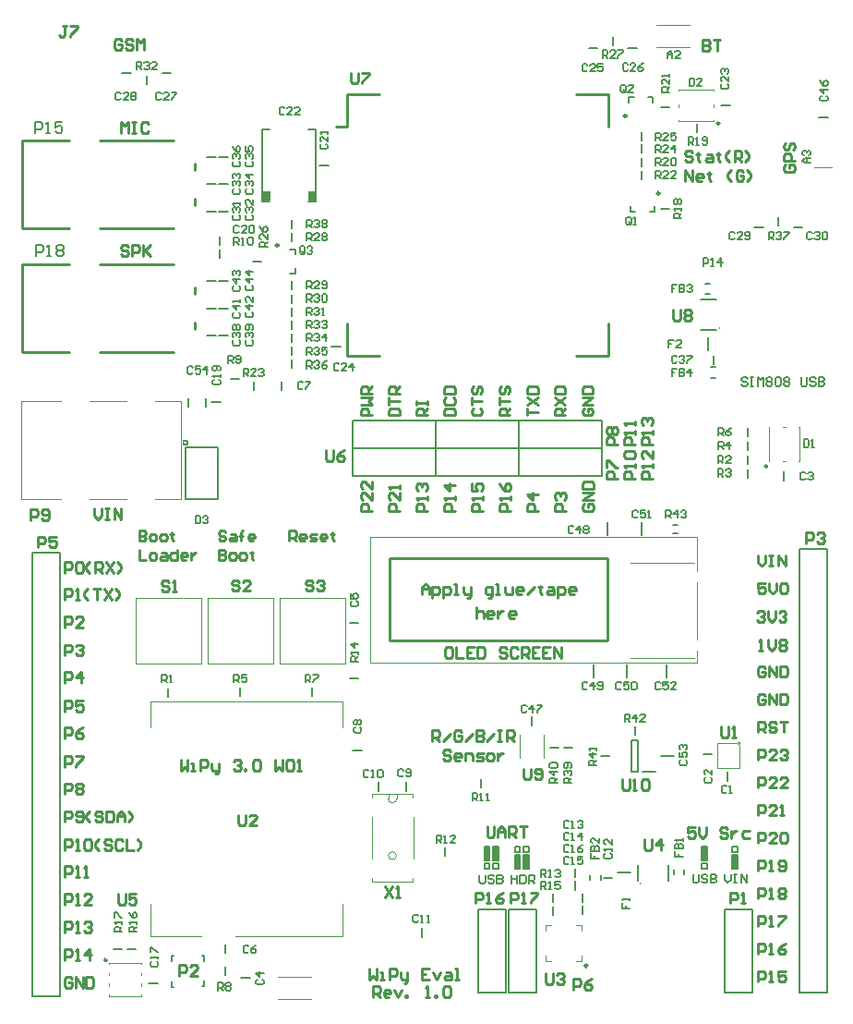
<source format=gto>
G04*
G04 #@! TF.GenerationSoftware,Altium Limited,Altium Designer,18.1.9 (240)*
G04*
G04 Layer_Color=65535*
%FSLAX44Y44*%
%MOMM*%
G71*
G01*
G75*
%ADD10C,0.2500*%
%ADD11C,0.1270*%
%ADD12C,0.2200*%
%ADD13C,0.2000*%
%ADD14C,0.2540*%
%ADD15C,0.1000*%
%ADD16C,0.1500*%
%ADD17R,0.7500X0.9000*%
%ADD18R,0.6500X0.9000*%
G36*
X424980Y142700D02*
X429680D01*
Y130000D01*
X424980D01*
Y142700D01*
D02*
G37*
G36*
X432980D02*
X437680D01*
Y130000D01*
X432980D01*
Y142700D01*
D02*
G37*
G36*
X452950Y122380D02*
X457650D01*
Y135080D01*
X452950D01*
Y122380D01*
D02*
G37*
G36*
X460950D02*
X465650D01*
Y135080D01*
X460950D01*
Y122380D01*
D02*
G37*
G36*
X624630Y143030D02*
X629330D01*
Y130330D01*
X624630D01*
Y143030D01*
D02*
G37*
G36*
X652570Y122710D02*
X657270D01*
Y135410D01*
X652570D01*
Y122710D01*
D02*
G37*
G36*
X660230Y236160D02*
X657690Y238700D01*
X660230D01*
Y236160D01*
D02*
G37*
D10*
X555550Y812371D02*
G03*
X555550Y812371I-1250J0D01*
G01*
X585750Y741500D02*
G03*
X585750Y741500I-1250J0D01*
G01*
X236250Y693700D02*
G03*
X236250Y693700I-1250J0D01*
G01*
X338000Y407000D02*
X538300D01*
Y332000D02*
Y407000D01*
X338000Y332000D02*
X538300D01*
X338000D02*
Y407000D01*
X367500Y373828D02*
Y380493D01*
X370832Y383825D01*
X374165Y380493D01*
Y373828D01*
Y378827D01*
X367500D01*
X377497Y370496D02*
Y380493D01*
X382495D01*
X384161Y378827D01*
Y375494D01*
X382495Y373828D01*
X377497D01*
X387494Y370496D02*
Y380493D01*
X392492D01*
X394158Y378827D01*
Y375494D01*
X392492Y373828D01*
X387494D01*
X397490D02*
X400823D01*
X399156D01*
Y383825D01*
X397490D01*
X405821Y380493D02*
Y375494D01*
X407487Y373828D01*
X412486D01*
Y372162D01*
X410819Y370496D01*
X409153D01*
X412486Y373828D02*
Y380493D01*
X429147Y370496D02*
X430813D01*
X432479Y372162D01*
Y380493D01*
X427481D01*
X425815Y378827D01*
Y375494D01*
X427481Y373828D01*
X432479D01*
X435811D02*
X439143D01*
X437477D01*
Y383825D01*
X435811D01*
X444142Y380493D02*
Y375494D01*
X445808Y373828D01*
X450806D01*
Y380493D01*
X459137Y373828D02*
X455805D01*
X454139Y375494D01*
Y378827D01*
X455805Y380493D01*
X459137D01*
X460803Y378827D01*
Y377160D01*
X454139D01*
X464136Y373828D02*
X470800Y380493D01*
X475798Y382159D02*
Y380493D01*
X474132D01*
X477464D01*
X475798D01*
Y375494D01*
X477464Y373828D01*
X484129Y380493D02*
X487461D01*
X489127Y378827D01*
Y373828D01*
X484129D01*
X482463Y375494D01*
X484129Y377160D01*
X489127D01*
X492460Y370496D02*
Y380493D01*
X497458D01*
X499124Y378827D01*
Y375494D01*
X497458Y373828D01*
X492460D01*
X507455D02*
X504123D01*
X502457Y375494D01*
Y378827D01*
X504123Y380493D01*
X507455D01*
X509121Y378827D01*
Y377160D01*
X502457D01*
X417484Y362497D02*
Y352500D01*
Y357498D01*
X419150Y359165D01*
X422482D01*
X424148Y357498D01*
Y352500D01*
X432479D02*
X429147D01*
X427481Y354166D01*
Y357498D01*
X429147Y359165D01*
X432479D01*
X434145Y357498D01*
Y355832D01*
X427481D01*
X437477Y359165D02*
Y352500D01*
Y355832D01*
X439144Y357498D01*
X440810Y359165D01*
X442476D01*
X452473Y352500D02*
X449140D01*
X447474Y354166D01*
Y357498D01*
X449140Y359165D01*
X452473D01*
X454139Y357498D01*
Y355832D01*
X447474D01*
X618265Y160497D02*
X611600D01*
Y155498D01*
X614932Y157164D01*
X616598D01*
X618265Y155498D01*
Y152166D01*
X616598Y150500D01*
X613266D01*
X611600Y152166D01*
X621597Y160497D02*
Y153832D01*
X624929Y150500D01*
X628261Y153832D01*
Y160497D01*
X648255Y158831D02*
X646589Y160497D01*
X643257D01*
X641590Y158831D01*
Y157164D01*
X643257Y155498D01*
X646589D01*
X648255Y153832D01*
Y152166D01*
X646589Y150500D01*
X643257D01*
X641590Y152166D01*
X651587Y157164D02*
Y150500D01*
Y153832D01*
X653253Y155498D01*
X654919Y157164D01*
X656585D01*
X668248D02*
X663250D01*
X661584Y155498D01*
Y152166D01*
X663250Y150500D01*
X668248D01*
X146500Y222829D02*
Y212832D01*
X149832Y216164D01*
X153165Y212832D01*
Y222829D01*
X156497Y212832D02*
X159829D01*
X158163D01*
Y219497D01*
X156497D01*
X164827Y212832D02*
Y222829D01*
X169826D01*
X171492Y221163D01*
Y217831D01*
X169826Y216164D01*
X164827D01*
X174824Y219497D02*
Y214498D01*
X176490Y212832D01*
X181489D01*
Y211166D01*
X179823Y209500D01*
X178156D01*
X181489Y212832D02*
Y219497D01*
X194818Y221163D02*
X196484Y222829D01*
X199816D01*
X201482Y221163D01*
Y219497D01*
X199816Y217831D01*
X198150D01*
X199816D01*
X201482Y216164D01*
Y214498D01*
X199816Y212832D01*
X196484D01*
X194818Y214498D01*
X204814Y212832D02*
Y214498D01*
X206481D01*
Y212832D01*
X204814D01*
X213145Y221163D02*
X214811Y222829D01*
X218144D01*
X219810Y221163D01*
Y214498D01*
X218144Y212832D01*
X214811D01*
X213145Y214498D01*
Y221163D01*
X233139Y222829D02*
Y212832D01*
X236471Y216164D01*
X239803Y212832D01*
Y222829D01*
X243136Y221163D02*
X244802Y222829D01*
X248134D01*
X249800Y221163D01*
Y214498D01*
X248134Y212832D01*
X244802D01*
X243136Y214498D01*
Y221163D01*
X253132Y212832D02*
X256465D01*
X254798D01*
Y222829D01*
X253132Y221163D01*
X427500Y161497D02*
Y153166D01*
X429166Y151500D01*
X432498D01*
X434165Y153166D01*
Y161497D01*
X437497Y151500D02*
Y158165D01*
X440829Y161497D01*
X444161Y158165D01*
Y151500D01*
Y156498D01*
X437497D01*
X447494Y151500D02*
Y161497D01*
X452492D01*
X454158Y159831D01*
Y156498D01*
X452492Y154832D01*
X447494D01*
X450826D02*
X454158Y151500D01*
X457490Y161497D02*
X464155D01*
X460823D01*
Y151500D01*
X377500Y239496D02*
Y249493D01*
X382498D01*
X384165Y247827D01*
Y244494D01*
X382498Y242828D01*
X377500D01*
X380832D02*
X384165Y239496D01*
X387497D02*
X394161Y246161D01*
X404158Y247827D02*
X402492Y249493D01*
X399160D01*
X397494Y247827D01*
Y241162D01*
X399160Y239496D01*
X402492D01*
X404158Y241162D01*
Y244494D01*
X400826D01*
X407490Y239496D02*
X414155Y246161D01*
X417487Y249493D02*
Y239496D01*
X422486D01*
X424152Y241162D01*
Y242828D01*
X422486Y244494D01*
X417487D01*
X422486D01*
X424152Y246161D01*
Y247827D01*
X422486Y249493D01*
X417487D01*
X427484Y239496D02*
X434148Y246161D01*
X437481Y249493D02*
X440813D01*
X439147D01*
Y239496D01*
X437481D01*
X440813D01*
X445811D02*
Y249493D01*
X450810D01*
X452476Y247827D01*
Y244494D01*
X450810Y242828D01*
X445811D01*
X449144D02*
X452476Y239496D01*
X394161Y229831D02*
X392495Y231497D01*
X389163D01*
X387497Y229831D01*
Y228165D01*
X389163Y226498D01*
X392495D01*
X394161Y224832D01*
Y223166D01*
X392495Y221500D01*
X389163D01*
X387497Y223166D01*
X402492Y221500D02*
X399160D01*
X397494Y223166D01*
Y226498D01*
X399160Y228165D01*
X402492D01*
X404158Y226498D01*
Y224832D01*
X397494D01*
X407490Y221500D02*
Y228165D01*
X412489D01*
X414155Y226498D01*
Y221500D01*
X417487D02*
X422486D01*
X424152Y223166D01*
X422486Y224832D01*
X419153D01*
X417487Y226498D01*
X419153Y228165D01*
X424152D01*
X429150Y221500D02*
X432482D01*
X434148Y223166D01*
Y226498D01*
X432482Y228165D01*
X429150D01*
X427484Y226498D01*
Y223166D01*
X429150Y221500D01*
X437481Y228165D02*
Y221500D01*
Y224832D01*
X439147Y226498D01*
X440813Y228165D01*
X442479D01*
X616165Y778827D02*
X614498Y780493D01*
X611166D01*
X609500Y778827D01*
Y777160D01*
X611166Y775494D01*
X614498D01*
X616165Y773828D01*
Y772162D01*
X614498Y770496D01*
X611166D01*
X609500Y772162D01*
X621163Y778827D02*
Y777160D01*
X619497D01*
X622829D01*
X621163D01*
Y772162D01*
X622829Y770496D01*
X629493Y777160D02*
X632826D01*
X634492Y775494D01*
Y770496D01*
X629493D01*
X627827Y772162D01*
X629493Y773828D01*
X634492D01*
X639490Y778827D02*
Y777160D01*
X637824D01*
X641156D01*
X639490D01*
Y772162D01*
X641156Y770496D01*
X649487D02*
X646155Y773828D01*
Y777160D01*
X649487Y780493D01*
X654485Y770496D02*
Y780493D01*
X659484D01*
X661150Y778827D01*
Y775494D01*
X659484Y773828D01*
X654485D01*
X657818D02*
X661150Y770496D01*
X664482D02*
X667814Y773828D01*
Y777160D01*
X664482Y780493D01*
X609500Y752500D02*
Y762497D01*
X616165Y752500D01*
Y762497D01*
X624495Y752500D02*
X621163D01*
X619497Y754166D01*
Y757498D01*
X621163Y759165D01*
X624495D01*
X626161Y757498D01*
Y755832D01*
X619497D01*
X631160Y760831D02*
Y759165D01*
X629493D01*
X632826D01*
X631160D01*
Y754166D01*
X632826Y752500D01*
X651153D02*
X647821Y755832D01*
Y759165D01*
X651153Y762497D01*
X662816Y760831D02*
X661150Y762497D01*
X657818D01*
X656152Y760831D01*
Y754166D01*
X657818Y752500D01*
X661150D01*
X662816Y754166D01*
Y757498D01*
X659484D01*
X666148Y752500D02*
X669481Y755832D01*
Y759165D01*
X666148Y762497D01*
X701669Y767664D02*
X700003Y765998D01*
Y762666D01*
X701669Y761000D01*
X708334D01*
X710000Y762666D01*
Y765998D01*
X708334Y767664D01*
X705002D01*
Y764332D01*
X710000Y770997D02*
X700003D01*
Y775995D01*
X701669Y777661D01*
X705002D01*
X706668Y775995D01*
Y770997D01*
X701669Y787658D02*
X700003Y785992D01*
Y782660D01*
X701669Y780994D01*
X703335D01*
X705002Y782660D01*
Y785992D01*
X706668Y787658D01*
X708334D01*
X710000Y785992D01*
Y782660D01*
X708334Y780994D01*
X625000Y881997D02*
Y872000D01*
X629998D01*
X631665Y873666D01*
Y875332D01*
X629998Y876998D01*
X625000D01*
X629998D01*
X631665Y878664D01*
Y880331D01*
X629998Y881997D01*
X625000D01*
X634997D02*
X641661D01*
X638329D01*
Y872000D01*
X92664Y881331D02*
X90998Y882997D01*
X87666D01*
X86000Y881331D01*
Y874666D01*
X87666Y873000D01*
X90998D01*
X92664Y874666D01*
Y877998D01*
X89332D01*
X102661Y881331D02*
X100995Y882997D01*
X97663D01*
X95997Y881331D01*
Y879665D01*
X97663Y877998D01*
X100995D01*
X102661Y876332D01*
Y874666D01*
X100995Y873000D01*
X97663D01*
X95997Y874666D01*
X105994Y873000D02*
Y882997D01*
X109326Y879665D01*
X112658Y882997D01*
Y873000D01*
X92000Y797000D02*
Y806997D01*
X95332Y803664D01*
X98665Y806997D01*
Y797000D01*
X101997Y806997D02*
X105329D01*
X103663D01*
Y797000D01*
X101997D01*
X105329D01*
X116992Y805331D02*
X115326Y806997D01*
X111994D01*
X110327Y805331D01*
Y798666D01*
X111994Y797000D01*
X115326D01*
X116992Y798666D01*
X98665Y692331D02*
X96998Y693997D01*
X93666D01*
X92000Y692331D01*
Y690665D01*
X93666Y688998D01*
X96998D01*
X98665Y687332D01*
Y685666D01*
X96998Y684000D01*
X93666D01*
X92000Y685666D01*
X101997Y684000D02*
Y693997D01*
X106995D01*
X108661Y692331D01*
Y688998D01*
X106995Y687332D01*
X101997D01*
X111994Y693997D02*
Y684000D01*
Y687332D01*
X118658Y693997D01*
X113660Y688998D01*
X118658Y684000D01*
X67200Y452697D02*
Y446032D01*
X70532Y442700D01*
X73864Y446032D01*
Y452697D01*
X77197D02*
X80529D01*
X78863D01*
Y442700D01*
X77197D01*
X80529D01*
X85527D02*
Y452697D01*
X92192Y442700D01*
Y452697D01*
X499899Y450598D02*
X489902D01*
Y455597D01*
X491569Y457263D01*
X494901D01*
X496567Y455597D01*
Y450598D01*
X491569Y460595D02*
X489902Y462261D01*
Y465594D01*
X491569Y467260D01*
X493235D01*
X494901Y465594D01*
Y463927D01*
Y465594D01*
X496567Y467260D01*
X498233D01*
X499899Y465594D01*
Y462261D01*
X498233Y460595D01*
X474499Y450598D02*
X464502D01*
Y455597D01*
X466169Y457263D01*
X469501D01*
X471167Y455597D01*
Y450598D01*
X474499Y465594D02*
X464502D01*
X469501Y460595D01*
Y467260D01*
X46665Y21921D02*
X44998Y23587D01*
X41666D01*
X40000Y21921D01*
Y15256D01*
X41666Y13590D01*
X44998D01*
X46665Y15256D01*
Y18588D01*
X43332D01*
X49997Y13590D02*
Y23587D01*
X56661Y13590D01*
Y23587D01*
X59994D02*
Y13590D01*
X64992D01*
X66658Y15256D01*
Y21921D01*
X64992Y23587D01*
X59994D01*
X516969Y457263D02*
X515302Y455597D01*
Y452265D01*
X516969Y450598D01*
X523633D01*
X525299Y452265D01*
Y455597D01*
X523633Y457263D01*
X520301D01*
Y453931D01*
X525299Y460595D02*
X515302D01*
X525299Y467260D01*
X515302D01*
Y470592D02*
X525299D01*
Y475590D01*
X523633Y477256D01*
X516969D01*
X515302Y475590D01*
Y470592D01*
X398298Y450599D02*
X388302D01*
Y455598D01*
X389968Y457264D01*
X393300D01*
X394966Y455598D01*
Y450599D01*
X398298Y460596D02*
Y463928D01*
Y462262D01*
X388302D01*
X389968Y460596D01*
X398298Y473925D02*
X388302D01*
X393300Y468927D01*
Y475591D01*
X423698Y450599D02*
X413702D01*
Y455598D01*
X415368Y457264D01*
X418700D01*
X420366Y455598D01*
Y450599D01*
X423698Y460596D02*
Y463928D01*
Y462262D01*
X413702D01*
X415368Y460596D01*
X413702Y475591D02*
Y468927D01*
X418700D01*
X417034Y472259D01*
Y473925D01*
X418700Y475591D01*
X422032D01*
X423698Y473925D01*
Y470593D01*
X422032Y468927D01*
X449098Y450599D02*
X439102D01*
Y455598D01*
X440768Y457264D01*
X444100D01*
X445766Y455598D01*
Y450599D01*
X449098Y460596D02*
Y463928D01*
Y462262D01*
X439102D01*
X440768Y460596D01*
X439102Y475591D02*
X440768Y472259D01*
X444100Y468927D01*
X447432D01*
X449098Y470593D01*
Y473925D01*
X447432Y475591D01*
X445766D01*
X444100Y473925D01*
Y468927D01*
X372900Y450600D02*
X362903D01*
Y455598D01*
X364569Y457265D01*
X367902D01*
X369568Y455598D01*
Y450600D01*
X372900Y460597D02*
Y463929D01*
Y462263D01*
X362903D01*
X364569Y460597D01*
Y468927D02*
X362903Y470594D01*
Y473926D01*
X364569Y475592D01*
X366236D01*
X367902Y473926D01*
Y472260D01*
Y473926D01*
X369568Y475592D01*
X371234D01*
X372900Y473926D01*
Y470594D01*
X371234Y468927D01*
X347500Y450600D02*
X337503D01*
Y455598D01*
X339169Y457265D01*
X342502D01*
X344168Y455598D01*
Y450600D01*
X347500Y467261D02*
Y460597D01*
X340835Y467261D01*
X339169D01*
X337503Y465595D01*
Y462263D01*
X339169Y460597D01*
X347500Y470594D02*
Y473926D01*
Y472260D01*
X337503D01*
X339169Y470594D01*
X322100Y450600D02*
X312103D01*
Y455598D01*
X313769Y457265D01*
X317102D01*
X318768Y455598D01*
Y450600D01*
X322100Y467261D02*
Y460597D01*
X315436Y467261D01*
X313769D01*
X312103Y465595D01*
Y462263D01*
X313769Y460597D01*
X322100Y477258D02*
Y470594D01*
X315436Y477258D01*
X313769D01*
X312103Y475592D01*
Y472260D01*
X313769Y470594D01*
X464403Y538000D02*
Y544664D01*
Y541332D01*
X474400D01*
X464403Y547997D02*
X474400Y554661D01*
X464403D02*
X474400Y547997D01*
X464403Y557994D02*
X474400D01*
Y562992D01*
X472734Y564658D01*
X466069D01*
X464403Y562992D01*
Y557994D01*
X499400Y538000D02*
X489403D01*
Y542998D01*
X491069Y544664D01*
X494402D01*
X496068Y542998D01*
Y538000D01*
Y541332D02*
X499400Y544664D01*
X489403Y547997D02*
X499400Y554661D01*
X489403D02*
X499400Y547997D01*
X489403Y557994D02*
X499400D01*
Y562992D01*
X497734Y564658D01*
X491069D01*
X489403Y562992D01*
Y557994D01*
X516469Y544664D02*
X514803Y542998D01*
Y539666D01*
X516469Y538000D01*
X523134D01*
X524800Y539666D01*
Y542998D01*
X523134Y544664D01*
X519802D01*
Y541332D01*
X524800Y547997D02*
X514803D01*
X524800Y554661D01*
X514803D01*
Y557994D02*
X524800D01*
Y562992D01*
X523134Y564658D01*
X516469D01*
X514803Y562992D01*
Y557994D01*
X388202Y537999D02*
X398199D01*
Y542998D01*
X396533Y544664D01*
X389869D01*
X388202Y542998D01*
Y537999D01*
X389869Y554660D02*
X388202Y552994D01*
Y549662D01*
X389869Y547996D01*
X396533D01*
X398199Y549662D01*
Y552994D01*
X396533Y554660D01*
X388202Y557993D02*
X398199D01*
Y562991D01*
X396533Y564657D01*
X389869D01*
X388202Y562991D01*
Y557993D01*
X414869Y544664D02*
X413202Y542998D01*
Y539665D01*
X414869Y537999D01*
X421533D01*
X423199Y539665D01*
Y542998D01*
X421533Y544664D01*
X413202Y547996D02*
Y554660D01*
Y551328D01*
X423199D01*
X414869Y564657D02*
X413202Y562991D01*
Y559659D01*
X414869Y557993D01*
X416535D01*
X418201Y559659D01*
Y562991D01*
X419867Y564657D01*
X421533D01*
X423199Y562991D01*
Y559659D01*
X421533Y557993D01*
X448599Y537999D02*
X438602D01*
Y542998D01*
X440269Y544664D01*
X443601D01*
X445267Y542998D01*
Y537999D01*
Y541331D02*
X448599Y544664D01*
X438602Y547996D02*
Y554660D01*
Y551328D01*
X448599D01*
X440269Y564657D02*
X438602Y562991D01*
Y559659D01*
X440269Y557993D01*
X441935D01*
X443601Y559659D01*
Y562991D01*
X445267Y564657D01*
X446933D01*
X448599Y562991D01*
Y559659D01*
X446933Y557993D01*
X372500Y538000D02*
X362503D01*
Y542998D01*
X364169Y544664D01*
X367502D01*
X369168Y542998D01*
Y538000D01*
Y541332D02*
X372500Y544664D01*
X362503Y547997D02*
Y551329D01*
Y549663D01*
X372500D01*
Y547997D01*
Y551329D01*
X337103Y538000D02*
X347100D01*
Y542998D01*
X345434Y544664D01*
X338769D01*
X337103Y542998D01*
Y538000D01*
Y547997D02*
Y554661D01*
Y551329D01*
X347100D01*
Y557994D02*
X337103D01*
Y562992D01*
X338769Y564658D01*
X342102D01*
X343768Y562992D01*
Y557994D01*
Y561326D02*
X347100Y564658D01*
X322100Y538000D02*
X312103D01*
Y542998D01*
X313769Y544664D01*
X317102D01*
X318768Y542998D01*
Y538000D01*
X312103Y547997D02*
X322100D01*
X318768Y551329D01*
X322100Y554661D01*
X312103D01*
X322100Y557994D02*
X312103D01*
Y562992D01*
X313769Y564658D01*
X317102D01*
X318768Y562992D01*
Y557994D01*
Y561326D02*
X322100Y564658D01*
X40000Y39000D02*
Y48997D01*
X44998D01*
X46665Y47331D01*
Y43998D01*
X44998Y42332D01*
X40000D01*
X49997Y39000D02*
X53329D01*
X51663D01*
Y48997D01*
X49997Y47331D01*
X63326Y39000D02*
Y48997D01*
X58327Y43998D01*
X64992D01*
X40000Y64390D02*
Y74387D01*
X44998D01*
X46665Y72721D01*
Y69388D01*
X44998Y67722D01*
X40000D01*
X49997Y64390D02*
X53329D01*
X51663D01*
Y74387D01*
X49997Y72721D01*
X58327D02*
X59994Y74387D01*
X63326D01*
X64992Y72721D01*
Y71055D01*
X63326Y69388D01*
X61660D01*
X63326D01*
X64992Y67722D01*
Y66056D01*
X63326Y64390D01*
X59994D01*
X58327Y66056D01*
X40000Y90000D02*
Y99997D01*
X44998D01*
X46665Y98331D01*
Y94998D01*
X44998Y93332D01*
X40000D01*
X49997Y90000D02*
X53329D01*
X51663D01*
Y99997D01*
X49997Y98331D01*
X64992Y90000D02*
X58327D01*
X64992Y96664D01*
Y98331D01*
X63326Y99997D01*
X59994D01*
X58327Y98331D01*
X40000Y115000D02*
Y124997D01*
X44998D01*
X46665Y123331D01*
Y119998D01*
X44998Y118332D01*
X40000D01*
X49997Y115000D02*
X53329D01*
X51663D01*
Y124997D01*
X49997Y123331D01*
X58327Y115000D02*
X61660D01*
X59994D01*
Y124997D01*
X58327Y123331D01*
X40000Y140000D02*
Y149997D01*
X44998D01*
X46665Y148331D01*
Y144998D01*
X44998Y143332D01*
X40000D01*
X49997Y140000D02*
X53329D01*
X51663D01*
Y149997D01*
X49997Y148331D01*
X58327D02*
X59994Y149997D01*
X63326D01*
X64992Y148331D01*
Y141666D01*
X63326Y140000D01*
X59994D01*
X58327Y141666D01*
Y148331D01*
X71656Y140000D02*
X68324Y143332D01*
Y146664D01*
X71656Y149997D01*
X83319Y148331D02*
X81653Y149997D01*
X78321D01*
X76655Y148331D01*
Y146664D01*
X78321Y144998D01*
X81653D01*
X83319Y143332D01*
Y141666D01*
X81653Y140000D01*
X78321D01*
X76655Y141666D01*
X93316Y148331D02*
X91650Y149997D01*
X88318D01*
X86652Y148331D01*
Y141666D01*
X88318Y140000D01*
X91650D01*
X93316Y141666D01*
X96648Y149997D02*
Y140000D01*
X103313D01*
X106645D02*
X109977Y143332D01*
Y146664D01*
X106645Y149997D01*
X40000Y165540D02*
Y175537D01*
X44998D01*
X46665Y173871D01*
Y170538D01*
X44998Y168872D01*
X40000D01*
X49997Y167206D02*
X51663Y165540D01*
X54995D01*
X56661Y167206D01*
Y173871D01*
X54995Y175537D01*
X51663D01*
X49997Y173871D01*
Y172204D01*
X51663Y170538D01*
X56661D01*
X63326Y165540D02*
X59994Y168872D01*
Y172204D01*
X63326Y175537D01*
X74989Y173871D02*
X73323Y175537D01*
X69990D01*
X68324Y173871D01*
Y172204D01*
X69990Y170538D01*
X73323D01*
X74989Y168872D01*
Y167206D01*
X73323Y165540D01*
X69990D01*
X68324Y167206D01*
X78321Y175537D02*
Y165540D01*
X83319D01*
X84986Y167206D01*
Y173871D01*
X83319Y175537D01*
X78321D01*
X88318Y165540D02*
Y172204D01*
X91650Y175537D01*
X94982Y172204D01*
Y165540D01*
Y170538D01*
X88318D01*
X98315Y165540D02*
X101647Y168872D01*
Y172204D01*
X98315Y175537D01*
X40000Y191000D02*
Y200997D01*
X44998D01*
X46665Y199331D01*
Y195998D01*
X44998Y194332D01*
X40000D01*
X49997Y199331D02*
X51663Y200997D01*
X54995D01*
X56661Y199331D01*
Y197665D01*
X54995Y195998D01*
X56661Y194332D01*
Y192666D01*
X54995Y191000D01*
X51663D01*
X49997Y192666D01*
Y194332D01*
X51663Y195998D01*
X49997Y197665D01*
Y199331D01*
X51663Y195998D02*
X54995D01*
X40000Y216000D02*
Y225997D01*
X44998D01*
X46665Y224331D01*
Y220998D01*
X44998Y219332D01*
X40000D01*
X49997Y225997D02*
X56661D01*
Y224331D01*
X49997Y217666D01*
Y216000D01*
X40000Y242000D02*
Y251997D01*
X44998D01*
X46665Y250331D01*
Y246998D01*
X44998Y245332D01*
X40000D01*
X56661Y251997D02*
X53329Y250331D01*
X49997Y246998D01*
Y243666D01*
X51663Y242000D01*
X54995D01*
X56661Y243666D01*
Y245332D01*
X54995Y246998D01*
X49997D01*
X40000Y267000D02*
Y276997D01*
X44998D01*
X46665Y275331D01*
Y271998D01*
X44998Y270332D01*
X40000D01*
X56661Y276997D02*
X49997D01*
Y271998D01*
X53329Y273664D01*
X54995D01*
X56661Y271998D01*
Y268666D01*
X54995Y267000D01*
X51663D01*
X49997Y268666D01*
X40000Y293000D02*
Y302997D01*
X44998D01*
X46665Y301331D01*
Y297998D01*
X44998Y296332D01*
X40000D01*
X54995Y293000D02*
Y302997D01*
X49997Y297998D01*
X56661D01*
X40000Y318000D02*
Y327997D01*
X44998D01*
X46665Y326331D01*
Y322998D01*
X44998Y321332D01*
X40000D01*
X49997Y326331D02*
X51663Y327997D01*
X54995D01*
X56661Y326331D01*
Y324664D01*
X54995Y322998D01*
X53329D01*
X54995D01*
X56661Y321332D01*
Y319666D01*
X54995Y318000D01*
X51663D01*
X49997Y319666D01*
X40000Y344000D02*
Y353997D01*
X44998D01*
X46665Y352331D01*
Y348998D01*
X44998Y347332D01*
X40000D01*
X56661Y344000D02*
X49997D01*
X56661Y350664D01*
Y352331D01*
X54995Y353997D01*
X51663D01*
X49997Y352331D01*
X40000Y369000D02*
Y378997D01*
X44998D01*
X46665Y377331D01*
Y373998D01*
X44998Y372332D01*
X40000D01*
X49997Y369000D02*
X53329D01*
X51663D01*
Y378997D01*
X49997Y377331D01*
X61660Y369000D02*
X58327Y372332D01*
Y375664D01*
X61660Y378997D01*
X66658D02*
X73323D01*
X69990D01*
Y369000D01*
X76655Y378997D02*
X83319Y369000D01*
Y378997D02*
X76655Y369000D01*
X86652D02*
X89984Y372332D01*
Y375664D01*
X86652Y378997D01*
X40000Y394000D02*
Y403997D01*
X44998D01*
X46665Y402331D01*
Y398998D01*
X44998Y397332D01*
X40000D01*
X49997Y402331D02*
X51663Y403997D01*
X54995D01*
X56661Y402331D01*
Y395666D01*
X54995Y394000D01*
X51663D01*
X49997Y395666D01*
Y402331D01*
X63326Y394000D02*
X59994Y397332D01*
Y400664D01*
X63326Y403997D01*
X68324Y394000D02*
Y403997D01*
X73323D01*
X74989Y402331D01*
Y398998D01*
X73323Y397332D01*
X68324D01*
X71656D02*
X74989Y394000D01*
X78321Y403997D02*
X84986Y394000D01*
Y403997D02*
X78321Y394000D01*
X88318D02*
X91650Y397332D01*
Y400664D01*
X88318Y403997D01*
X676200Y409997D02*
Y403332D01*
X679532Y400000D01*
X682865Y403332D01*
Y409997D01*
X686197D02*
X689529D01*
X687863D01*
Y400000D01*
X686197D01*
X689529D01*
X694527D02*
Y409997D01*
X701192Y400000D01*
Y409997D01*
X682865Y384597D02*
X676200D01*
Y379598D01*
X679532Y381264D01*
X681198D01*
X682865Y379598D01*
Y376266D01*
X681198Y374600D01*
X677866D01*
X676200Y376266D01*
X686197Y384597D02*
Y377932D01*
X689529Y374600D01*
X692861Y377932D01*
Y384597D01*
X696194Y382931D02*
X697860Y384597D01*
X701192D01*
X702858Y382931D01*
Y376266D01*
X701192Y374600D01*
X697860D01*
X696194Y376266D01*
Y382931D01*
X675100Y357131D02*
X676766Y358797D01*
X680098D01*
X681765Y357131D01*
Y355465D01*
X680098Y353798D01*
X678432D01*
X680098D01*
X681765Y352132D01*
Y350466D01*
X680098Y348800D01*
X676766D01*
X675100Y350466D01*
X685097Y358797D02*
Y352132D01*
X688429Y348800D01*
X691761Y352132D01*
Y358797D01*
X695094Y357131D02*
X696760Y358797D01*
X700092D01*
X701758Y357131D01*
Y355465D01*
X700092Y353798D01*
X698426D01*
X700092D01*
X701758Y352132D01*
Y350466D01*
X700092Y348800D01*
X696760D01*
X695094Y350466D01*
X676900Y322800D02*
X680232D01*
X678566D01*
Y332797D01*
X676900Y331131D01*
X685231Y332797D02*
Y326132D01*
X688563Y322800D01*
X691895Y326132D01*
Y332797D01*
X695227Y331131D02*
X696894Y332797D01*
X700226D01*
X701892Y331131D01*
Y329464D01*
X700226Y327798D01*
X701892Y326132D01*
Y324466D01*
X700226Y322800D01*
X696894D01*
X695227Y324466D01*
Y326132D01*
X696894Y327798D01*
X695227Y329464D01*
Y331131D01*
X696894Y327798D02*
X700226D01*
X682865Y306731D02*
X681198Y308397D01*
X677866D01*
X676200Y306731D01*
Y300066D01*
X677866Y298400D01*
X681198D01*
X682865Y300066D01*
Y303398D01*
X679532D01*
X686197Y298400D02*
Y308397D01*
X692861Y298400D01*
Y308397D01*
X696194D02*
Y298400D01*
X701192D01*
X702858Y300066D01*
Y306731D01*
X701192Y308397D01*
X696194D01*
X682865Y281331D02*
X681198Y282997D01*
X677866D01*
X676200Y281331D01*
Y274666D01*
X677866Y273000D01*
X681198D01*
X682865Y274666D01*
Y277998D01*
X679532D01*
X686197Y273000D02*
Y282997D01*
X692861Y273000D01*
Y282997D01*
X696194D02*
Y273000D01*
X701192D01*
X702858Y274666D01*
Y281331D01*
X701192Y282997D01*
X696194D01*
X676200Y247600D02*
Y257597D01*
X681198D01*
X682865Y255931D01*
Y252598D01*
X681198Y250932D01*
X676200D01*
X679532D02*
X682865Y247600D01*
X692861Y255931D02*
X691195Y257597D01*
X687863D01*
X686197Y255931D01*
Y254265D01*
X687863Y252598D01*
X691195D01*
X692861Y250932D01*
Y249266D01*
X691195Y247600D01*
X687863D01*
X686197Y249266D01*
X696194Y257597D02*
X702858D01*
X699526D01*
Y247600D01*
X676200Y222200D02*
Y232197D01*
X681198D01*
X682865Y230531D01*
Y227198D01*
X681198Y225532D01*
X676200D01*
X692861Y222200D02*
X686197D01*
X692861Y228864D01*
Y230531D01*
X691195Y232197D01*
X687863D01*
X686197Y230531D01*
X696194D02*
X697860Y232197D01*
X701192D01*
X702858Y230531D01*
Y228864D01*
X701192Y227198D01*
X699526D01*
X701192D01*
X702858Y225532D01*
Y223866D01*
X701192Y222200D01*
X697860D01*
X696194Y223866D01*
X676200Y196800D02*
Y206797D01*
X681198D01*
X682865Y205131D01*
Y201798D01*
X681198Y200132D01*
X676200D01*
X692861Y196800D02*
X686197D01*
X692861Y203465D01*
Y205131D01*
X691195Y206797D01*
X687863D01*
X686197Y205131D01*
X702858Y196800D02*
X696194D01*
X702858Y203465D01*
Y205131D01*
X701192Y206797D01*
X697860D01*
X696194Y205131D01*
X676200Y171400D02*
Y181397D01*
X681198D01*
X682865Y179731D01*
Y176398D01*
X681198Y174732D01*
X676200D01*
X692861Y171400D02*
X686197D01*
X692861Y178064D01*
Y179731D01*
X691195Y181397D01*
X687863D01*
X686197Y179731D01*
X696194Y171400D02*
X699526D01*
X697860D01*
Y181397D01*
X696194Y179731D01*
X676200Y146000D02*
Y155997D01*
X681198D01*
X682865Y154331D01*
Y150998D01*
X681198Y149332D01*
X676200D01*
X692861Y146000D02*
X686197D01*
X692861Y152664D01*
Y154331D01*
X691195Y155997D01*
X687863D01*
X686197Y154331D01*
X696194D02*
X697860Y155997D01*
X701192D01*
X702858Y154331D01*
Y147666D01*
X701192Y146000D01*
X697860D01*
X696194Y147666D01*
Y154331D01*
X676200Y120600D02*
Y130597D01*
X681198D01*
X682865Y128931D01*
Y125598D01*
X681198Y123932D01*
X676200D01*
X686197Y120600D02*
X689529D01*
X687863D01*
Y130597D01*
X686197Y128931D01*
X694527Y122266D02*
X696194Y120600D01*
X699526D01*
X701192Y122266D01*
Y128931D01*
X699526Y130597D01*
X696194D01*
X694527Y128931D01*
Y127264D01*
X696194Y125598D01*
X701192D01*
X676200Y95200D02*
Y105197D01*
X681198D01*
X682865Y103531D01*
Y100198D01*
X681198Y98532D01*
X676200D01*
X686197Y95200D02*
X689529D01*
X687863D01*
Y105197D01*
X686197Y103531D01*
X694527D02*
X696194Y105197D01*
X699526D01*
X701192Y103531D01*
Y101865D01*
X699526Y100198D01*
X701192Y98532D01*
Y96866D01*
X699526Y95200D01*
X696194D01*
X694527Y96866D01*
Y98532D01*
X696194Y100198D01*
X694527Y101865D01*
Y103531D01*
X696194Y100198D02*
X699526D01*
X676200Y69800D02*
Y79797D01*
X681198D01*
X682865Y78131D01*
Y74798D01*
X681198Y73132D01*
X676200D01*
X686197Y69800D02*
X689529D01*
X687863D01*
Y79797D01*
X686197Y78131D01*
X694527Y79797D02*
X701192D01*
Y78131D01*
X694527Y71466D01*
Y69800D01*
X676200Y44400D02*
Y54397D01*
X681198D01*
X682865Y52731D01*
Y49398D01*
X681198Y47732D01*
X676200D01*
X686197Y44400D02*
X689529D01*
X687863D01*
Y54397D01*
X686197Y52731D01*
X701192Y54397D02*
X697860Y52731D01*
X694527Y49398D01*
Y46066D01*
X696194Y44400D01*
X699526D01*
X701192Y46066D01*
Y47732D01*
X699526Y49398D01*
X694527D01*
X676200Y19000D02*
Y28997D01*
X681198D01*
X682865Y27331D01*
Y23998D01*
X681198Y22332D01*
X676200D01*
X686197Y19000D02*
X689529D01*
X687863D01*
Y28997D01*
X686197Y27331D01*
X701192Y28997D02*
X694527D01*
Y23998D01*
X697860Y25665D01*
X699526D01*
X701192Y23998D01*
Y20666D01*
X699526Y19000D01*
X696194D01*
X694527Y20666D01*
X322700Y5300D02*
Y15297D01*
X327698D01*
X329365Y13631D01*
Y10298D01*
X327698Y8632D01*
X322700D01*
X326032D02*
X329365Y5300D01*
X337695D02*
X334363D01*
X332697Y6966D01*
Y10298D01*
X334363Y11964D01*
X337695D01*
X339361Y10298D01*
Y8632D01*
X332697D01*
X342693Y11964D02*
X346026Y5300D01*
X349358Y11964D01*
X352690Y5300D02*
Y6966D01*
X354356D01*
Y5300D01*
X352690D01*
X371018D02*
X374350D01*
X372684D01*
Y15297D01*
X371018Y13631D01*
X379348Y5300D02*
Y6966D01*
X381015D01*
Y5300D01*
X379348D01*
X387679Y13631D02*
X389345Y15297D01*
X392677D01*
X394343Y13631D01*
Y6966D01*
X392677Y5300D01*
X389345D01*
X387679Y6966D01*
Y13631D01*
X319630Y31225D02*
Y21228D01*
X322962Y24560D01*
X326295Y21228D01*
Y31225D01*
X329627Y21228D02*
X332959D01*
X331293D01*
Y27892D01*
X329627D01*
X337957Y21228D02*
Y31225D01*
X342956D01*
X344622Y29559D01*
Y26226D01*
X342956Y24560D01*
X337957D01*
X347954Y27892D02*
Y22894D01*
X349620Y21228D01*
X354619D01*
Y19562D01*
X352953Y17896D01*
X351286D01*
X354619Y21228D02*
Y27892D01*
X374612Y31225D02*
X367948D01*
Y21228D01*
X374612D01*
X367948Y26226D02*
X371280D01*
X377944Y27892D02*
X381277Y21228D01*
X384609Y27892D01*
X389608D02*
X392940D01*
X394606Y26226D01*
Y21228D01*
X389608D01*
X387941Y22894D01*
X389608Y24560D01*
X394606D01*
X397938Y21228D02*
X401270D01*
X399604D01*
Y31225D01*
X397938D01*
D11*
X153236Y513000D02*
G03*
X153236Y513000I-2236J0D01*
G01*
X151250Y461250D02*
X180750D01*
Y508750D01*
X151250D02*
X180750D01*
X151250Y461250D02*
Y508750D01*
D12*
X640620Y805490D02*
G03*
X640620Y805490I-1000J0D01*
G01*
X684450Y491390D02*
G03*
X684450Y491390I-1000J0D01*
G01*
X78580Y38878D02*
G03*
X78580Y38878I-1000J0D01*
G01*
D13*
X641100Y618100D02*
G03*
X641100Y618100I-500J0D01*
G01*
X568200Y108980D02*
G03*
X568200Y108980I-500J0D01*
G01*
X652570Y122710D02*
X657270D01*
Y135410D01*
X652570D02*
X657270D01*
X652570Y122710D02*
Y135410D01*
Y137950D02*
Y143030D01*
X657270D01*
Y137950D02*
Y143030D01*
X652570Y137950D02*
X657270D01*
X624630Y127790D02*
X629330D01*
Y122710D02*
Y127790D01*
X624630Y122710D02*
X629330D01*
X624630D02*
Y127790D01*
Y130330D02*
Y143030D01*
Y130330D02*
X629330D01*
Y143030D01*
X624630D02*
X629330D01*
X424980Y142700D02*
X429680D01*
Y130000D02*
Y142700D01*
X424980Y130000D02*
X429680D01*
X424980D02*
Y142700D01*
X432980Y130000D02*
Y142700D01*
Y130000D02*
X437680D01*
Y142700D01*
X432980D02*
X437680D01*
X424980Y122380D02*
Y127460D01*
Y122380D02*
X429680D01*
Y127460D01*
X424980D02*
X429680D01*
X432980D02*
X437680D01*
Y122380D02*
Y127460D01*
X432980Y122380D02*
X437680D01*
X432980D02*
Y127460D01*
X460950Y137620D02*
Y142700D01*
X465650D01*
Y137620D02*
Y142700D01*
X460950Y137620D02*
X465650D01*
X452950D02*
X457650D01*
Y142700D01*
X452950D02*
X457650D01*
X452950Y137620D02*
Y142700D01*
X460950Y122380D02*
X465650D01*
Y135080D01*
X460950D02*
X465650D01*
X460950Y122380D02*
Y135080D01*
X452950Y122380D02*
Y135080D01*
X457650D01*
Y122380D02*
Y135080D01*
X452950Y122380D02*
X457650D01*
X472999Y9601D02*
Y85801D01*
X447599D02*
X472999D01*
X447599Y9601D02*
Y85801D01*
Y9601D02*
X472999D01*
X444697Y9600D02*
Y85800D01*
X419297D02*
X444697D01*
X419297Y9600D02*
Y85800D01*
Y9600D02*
X444697D01*
X608600Y117580D02*
Y121580D01*
X598600Y117580D02*
Y121580D01*
X557800Y824371D02*
Y829371D01*
X562300D01*
X579800Y824371D02*
Y829371D01*
X575300D02*
X579800D01*
X642200Y822000D02*
X650200D01*
X559000Y724500D02*
X563500D01*
X559000D02*
Y729500D01*
X576500Y724500D02*
X581000D01*
Y729500D01*
X569000Y778490D02*
Y786110D01*
X620000Y797190D02*
Y804810D01*
X586690Y727300D02*
X594310D01*
X569000Y766190D02*
Y773810D01*
Y790190D02*
Y797810D01*
Y754190D02*
Y761810D01*
X587190Y820200D02*
X594810D01*
X175000Y550000D02*
X183000D01*
X192190Y571000D02*
X199810D01*
X239000Y561000D02*
Y569000D01*
X274000Y767000D02*
X282000D01*
X182000Y694000D02*
Y702000D01*
X154000Y546000D02*
Y554000D01*
X170000Y546000D02*
Y554000D01*
X182000Y682490D02*
Y690110D01*
X214000Y561190D02*
Y568810D01*
X247000Y690200D02*
X252000D01*
Y685700D02*
Y690200D01*
X247000Y668200D02*
X252000D01*
Y672700D01*
X213190Y679000D02*
X220810D01*
X248000Y697190D02*
Y704810D01*
X248000Y629190D02*
Y636810D01*
X248000Y617190D02*
Y624810D01*
Y653190D02*
Y660810D01*
Y581190D02*
Y588810D01*
X248000Y593190D02*
Y600810D01*
X248000Y605190D02*
Y612810D01*
Y641190D02*
Y648810D01*
X304001Y482301D02*
Y507701D01*
X380201D01*
Y482301D02*
Y507701D01*
X304001Y482301D02*
X380201D01*
X304001Y507701D02*
Y533101D01*
X380201D01*
Y507701D02*
Y533101D01*
X304001Y507701D02*
X380201D01*
X563200Y245190D02*
Y252810D01*
X532390Y226000D02*
X540010D01*
X248000Y709190D02*
Y716810D01*
X264000Y734300D02*
X270500D01*
X221500D02*
X228000D01*
X270500D02*
Y800300D01*
X221500Y734300D02*
Y800300D01*
X228000D01*
X264000D02*
X270500D01*
X557000Y874700D02*
X565000D01*
X521000D02*
X529000D01*
X543000Y876890D02*
Y884510D01*
X93000Y851600D02*
X101000D01*
X129500Y851800D02*
X137500D01*
X115100Y841490D02*
Y849110D01*
X709000Y710000D02*
X717000D01*
X673000D02*
X681000D01*
X695000Y712190D02*
Y719810D01*
X468200Y254000D02*
Y262000D01*
X327800Y194000D02*
Y202000D01*
X525000Y298000D02*
Y310000D01*
X456400Y482299D02*
Y507699D01*
X532600D01*
Y482299D02*
Y507699D01*
X456400Y482299D02*
X532600D01*
X456400Y507700D02*
Y533100D01*
X532600D01*
Y507700D02*
Y533100D01*
X456400Y507700D02*
X532600D01*
X380199Y482300D02*
Y507700D01*
X456399D01*
Y482300D02*
Y507700D01*
X380199Y482300D02*
X456399D01*
X380199Y507699D02*
Y533099D01*
X456399D01*
Y507699D02*
Y533099D01*
X380199Y507699D02*
X456399D01*
X284914Y601316D02*
X292914D01*
X586800Y225800D02*
X598800D01*
X560300Y211500D02*
X566300D01*
X560300D02*
Y240700D01*
X566300D01*
Y211500D02*
Y240700D01*
X569800Y211350D02*
X581800D01*
X538000Y428000D02*
Y440000D01*
X569000Y428000D02*
Y440000D01*
X598000Y438000D02*
X602000D01*
X598000Y430000D02*
X602000D01*
X485190Y234000D02*
X492810D01*
X497990D02*
X505610D01*
X556000Y298000D02*
Y310000D01*
X592000Y298000D02*
Y310000D01*
X732000Y811000D02*
X740000D01*
X623600Y644100D02*
X637600D01*
X623600Y616100D02*
X637600D01*
X628000Y659000D02*
X632000D01*
X628000Y649000D02*
X632000D01*
X635000Y584700D02*
Y592700D01*
X630100Y597700D02*
Y609700D01*
X633000Y582200D02*
X637000D01*
X633000Y572200D02*
X637000D01*
X170600Y661050D02*
X178600D01*
X181600D02*
X189600D01*
X170600Y611050D02*
X178600D01*
X181600D02*
X189600D01*
X181600Y774700D02*
X189600D01*
X170600D02*
X178600D01*
X170600Y749700D02*
X178600D01*
X181600D02*
X189600D01*
X181600Y724700D02*
X189600D01*
X170600D02*
X178600D01*
X170600Y636050D02*
X178600D01*
X181600D02*
X189600D01*
X648000Y203200D02*
Y211200D01*
X626000Y228000D02*
X634000D01*
X700000Y478400D02*
Y486400D01*
X202104Y23026D02*
X210105D01*
X301460Y347980D02*
X309460D01*
X187220Y45450D02*
Y53450D01*
X304450Y231000D02*
X312450D01*
X353060Y194120D02*
Y202120D01*
X368000Y60310D02*
Y68310D01*
X534300Y114580D02*
X542300D01*
X508260Y115060D02*
Y123060D01*
Y103630D02*
Y111630D01*
X515000Y81000D02*
Y89000D01*
Y92000D02*
Y100000D01*
X531800Y112580D02*
Y116580D01*
X521800Y112580D02*
Y116580D01*
X645300Y85799D02*
X670700D01*
Y9599D02*
Y85799D01*
X645300Y9599D02*
X670700D01*
X645300D02*
Y85799D01*
X137970Y38026D02*
Y43025D01*
X139970D01*
X137970Y14025D02*
Y19025D01*
Y14025D02*
X139970D01*
X165970Y43025D02*
X167970D01*
Y38026D02*
Y43025D01*
X165970Y15026D02*
X167970D01*
Y20025D01*
X714400Y9600D02*
Y416000D01*
X739800D01*
Y396950D02*
Y416000D01*
Y9600D02*
Y396950D01*
X714400Y9600D02*
X739800D01*
X10300Y5900D02*
Y412300D01*
X35700D01*
Y393250D02*
Y412300D01*
Y5900D02*
Y393250D01*
X10300Y5900D02*
X35700D01*
X135280Y280114D02*
Y287734D01*
X666290Y493830D02*
Y501450D01*
Y481190D02*
Y488810D01*
X666290Y506530D02*
Y514150D01*
X201320Y280670D02*
Y288290D01*
X666290Y519230D02*
Y526850D01*
X267360Y280670D02*
Y288290D01*
X187220Y25215D02*
Y32836D01*
X422000Y197355D02*
Y204975D01*
X389000Y134190D02*
Y141810D01*
X487630Y92170D02*
Y99790D01*
X301650Y297180D02*
X309270D01*
X487630Y80170D02*
Y87790D01*
X593700Y111980D02*
Y125980D01*
X565700Y111980D02*
Y125980D01*
X547300Y119480D02*
X559300D01*
X117600Y17800D02*
X125600D01*
X97750Y49038D02*
X105370D01*
X85200D02*
X92820D01*
X449840Y117137D02*
Y109140D01*
Y113139D01*
X455172D01*
Y117137D01*
Y109140D01*
X457837Y117137D02*
Y109140D01*
X461836D01*
X463169Y110473D01*
Y115805D01*
X461836Y117137D01*
X457837D01*
X465835Y109140D02*
Y117137D01*
X469833D01*
X471166Y115805D01*
Y113139D01*
X469833Y111806D01*
X465835D01*
X468501D02*
X471166Y109140D01*
X420630Y117137D02*
Y110473D01*
X421963Y109140D01*
X424629D01*
X425962Y110473D01*
Y117137D01*
X433959Y115805D02*
X432626Y117137D01*
X429960D01*
X428627Y115805D01*
Y114472D01*
X429960Y113139D01*
X432626D01*
X433959Y111806D01*
Y110473D01*
X432626Y109140D01*
X429960D01*
X428627Y110473D01*
X436625Y117137D02*
Y109140D01*
X440624D01*
X441956Y110473D01*
Y111806D01*
X440624Y113139D01*
X436625D01*
X440624D01*
X441956Y114472D01*
Y115805D01*
X440624Y117137D01*
X436625D01*
X645680Y117627D02*
Y112296D01*
X648346Y109630D01*
X651012Y112296D01*
Y117627D01*
X653678D02*
X656343D01*
X655010D01*
Y109630D01*
X653678D01*
X656343D01*
X660342D02*
Y117627D01*
X665674Y109630D01*
Y117627D01*
X666332Y571665D02*
X664999Y572997D01*
X662333D01*
X661000Y571665D01*
Y570332D01*
X662333Y568999D01*
X664999D01*
X666332Y567666D01*
Y566333D01*
X664999Y565000D01*
X662333D01*
X661000Y566333D01*
X668997Y572997D02*
X671663D01*
X670330D01*
Y565000D01*
X668997D01*
X671663D01*
X675662D02*
Y572997D01*
X678328Y570332D01*
X680994Y572997D01*
Y565000D01*
X683659Y571665D02*
X684992Y572997D01*
X687658D01*
X688991Y571665D01*
Y570332D01*
X687658Y568999D01*
X688991Y567666D01*
Y566333D01*
X687658Y565000D01*
X684992D01*
X683659Y566333D01*
Y567666D01*
X684992Y568999D01*
X683659Y570332D01*
Y571665D01*
X684992Y568999D02*
X687658D01*
X691657Y571665D02*
X692990Y572997D01*
X695656D01*
X696988Y571665D01*
Y566333D01*
X695656Y565000D01*
X692990D01*
X691657Y566333D01*
Y571665D01*
X699654D02*
X700987Y572997D01*
X703653D01*
X704986Y571665D01*
Y570332D01*
X703653Y568999D01*
X704986Y567666D01*
Y566333D01*
X703653Y565000D01*
X700987D01*
X699654Y566333D01*
Y567666D01*
X700987Y568999D01*
X699654Y570332D01*
Y571665D01*
X700987Y568999D02*
X703653D01*
X715649Y572997D02*
Y566333D01*
X716982Y565000D01*
X719648D01*
X720981Y566333D01*
Y572997D01*
X728978Y571665D02*
X727645Y572997D01*
X724979D01*
X723646Y571665D01*
Y570332D01*
X724979Y568999D01*
X727645D01*
X728978Y567666D01*
Y566333D01*
X727645Y565000D01*
X724979D01*
X723646Y566333D01*
X731644Y572997D02*
Y565000D01*
X735643D01*
X736975Y566333D01*
Y567666D01*
X735643Y568999D01*
X731644D01*
X735643D01*
X736975Y570332D01*
Y571665D01*
X735643Y572997D01*
X731644D01*
X616470Y117627D02*
Y110963D01*
X617803Y109630D01*
X620469D01*
X621802Y110963D01*
Y117627D01*
X629799Y116294D02*
X628466Y117627D01*
X625800D01*
X624468Y116294D01*
Y114962D01*
X625800Y113629D01*
X628466D01*
X629799Y112296D01*
Y110963D01*
X628466Y109630D01*
X625800D01*
X624468Y110963D01*
X632465Y117627D02*
Y109630D01*
X636464D01*
X637797Y110963D01*
Y112296D01*
X636464Y113629D01*
X632465D01*
X636464D01*
X637797Y114962D01*
Y116294D01*
X636464Y117627D01*
X632465D01*
X14000Y684000D02*
Y693997D01*
X18998D01*
X20665Y692331D01*
Y688998D01*
X18998Y687332D01*
X14000D01*
X23997Y684000D02*
X27329D01*
X25663D01*
Y693997D01*
X23997Y692331D01*
X32327D02*
X33994Y693997D01*
X37326D01*
X38992Y692331D01*
Y690665D01*
X37326Y688998D01*
X38992Y687332D01*
Y685666D01*
X37326Y684000D01*
X33994D01*
X32327Y685666D01*
Y687332D01*
X33994Y688998D01*
X32327Y690665D01*
Y692331D01*
X33994Y688998D02*
X37326D01*
X13000Y797000D02*
Y806997D01*
X17998D01*
X19664Y805331D01*
Y801998D01*
X17998Y800332D01*
X13000D01*
X22997Y797000D02*
X26329D01*
X24663D01*
Y806997D01*
X22997Y805331D01*
X37992Y806997D02*
X31327D01*
Y801998D01*
X34660Y803664D01*
X36326D01*
X37992Y801998D01*
Y798666D01*
X36326Y797000D01*
X32994D01*
X31327Y798666D01*
D14*
X519590Y33990D02*
G03*
X519590Y33990I-1270J0D01*
G01*
X299100Y832300D02*
X329100D01*
X299100Y802300D02*
Y832300D01*
X509100D02*
X539100D01*
Y802300D02*
Y832300D01*
X299100Y592300D02*
Y622300D01*
Y592300D02*
X329100D01*
X509100D02*
X539100D01*
Y622300D01*
X289100Y802300D02*
X299100D01*
X72300Y596150D02*
X140300D01*
X1300D02*
X44300D01*
X72300Y676150D02*
X140300D01*
X1300D02*
X44300D01*
X1300Y596150D02*
Y676150D01*
X159300Y649150D02*
Y655150D01*
Y617150D02*
Y623150D01*
X159300Y730550D02*
Y736550D01*
Y762550D02*
Y768550D01*
X1300Y709550D02*
Y789550D01*
X44300D01*
X72300D02*
X140300D01*
X1300Y709550D02*
X44300D01*
X72300D02*
X140300D01*
X187871Y430946D02*
X186289Y432529D01*
X183123D01*
X181540Y430946D01*
Y429364D01*
X183123Y427781D01*
X186289D01*
X187871Y426198D01*
Y424615D01*
X186289Y423032D01*
X183123D01*
X181540Y424615D01*
X192620Y429364D02*
X195785D01*
X197368Y427781D01*
Y423032D01*
X192620D01*
X191037Y424615D01*
X192620Y426198D01*
X197368D01*
X202117Y423032D02*
Y430946D01*
Y427781D01*
X200534D01*
X203699D01*
X202117D01*
Y430946D01*
X203699Y432529D01*
X213196Y423032D02*
X210031D01*
X208448Y424615D01*
Y427781D01*
X210031Y429364D01*
X213196D01*
X214779Y427781D01*
Y426198D01*
X208448D01*
X181540Y415037D02*
Y405540D01*
X186289D01*
X187871Y407123D01*
Y408706D01*
X186289Y410289D01*
X181540D01*
X186289D01*
X187871Y411871D01*
Y413454D01*
X186289Y415037D01*
X181540D01*
X192620Y405540D02*
X195785D01*
X197368Y407123D01*
Y410289D01*
X195785Y411871D01*
X192620D01*
X191037Y410289D01*
Y407123D01*
X192620Y405540D01*
X202117D02*
X205282D01*
X206865Y407123D01*
Y410289D01*
X205282Y411871D01*
X202117D01*
X200534Y410289D01*
Y407123D01*
X202117Y405540D01*
X211614Y413454D02*
Y411871D01*
X210031D01*
X213196D01*
X211614D01*
Y407123D01*
X213196Y405540D01*
X108540Y432529D02*
Y423032D01*
X113288D01*
X114871Y424615D01*
Y426198D01*
X113288Y427781D01*
X108540D01*
X113288D01*
X114871Y429364D01*
Y430946D01*
X113288Y432529D01*
X108540D01*
X119620Y423032D02*
X122785D01*
X124368Y424615D01*
Y427781D01*
X122785Y429364D01*
X119620D01*
X118037Y427781D01*
Y424615D01*
X119620Y423032D01*
X129117D02*
X132282D01*
X133865Y424615D01*
Y427781D01*
X132282Y429364D01*
X129117D01*
X127534Y427781D01*
Y424615D01*
X129117Y423032D01*
X138614Y430946D02*
Y429364D01*
X137031D01*
X140196D01*
X138614D01*
Y424615D01*
X140196Y423032D01*
X108540Y415037D02*
Y405540D01*
X114871D01*
X119620D02*
X122785D01*
X124368Y407123D01*
Y410289D01*
X122785Y411871D01*
X119620D01*
X118037Y410289D01*
Y407123D01*
X119620Y405540D01*
X129117Y411871D02*
X132282D01*
X133865Y410289D01*
Y405540D01*
X129117D01*
X127534Y407123D01*
X129117Y408706D01*
X133865D01*
X143362Y415037D02*
Y405540D01*
X138614D01*
X137031Y407123D01*
Y410289D01*
X138614Y411871D01*
X143362D01*
X151276Y405540D02*
X148111D01*
X146528Y407123D01*
Y410289D01*
X148111Y411871D01*
X151276D01*
X152859Y410289D01*
Y408706D01*
X146528D01*
X156025Y411871D02*
Y405540D01*
Y408706D01*
X157607Y410289D01*
X159190Y411871D01*
X160773D01*
X246000Y423000D02*
Y432497D01*
X250749D01*
X252331Y430914D01*
Y427748D01*
X250749Y426166D01*
X246000D01*
X249166D02*
X252331Y423000D01*
X260245D02*
X257080D01*
X255497Y424583D01*
Y427748D01*
X257080Y429331D01*
X260245D01*
X261828Y427748D01*
Y426166D01*
X255497D01*
X264994Y423000D02*
X269742D01*
X271325Y424583D01*
X269742Y426166D01*
X266577D01*
X264994Y427748D01*
X266577Y429331D01*
X271325D01*
X279239Y423000D02*
X276074D01*
X274491Y424583D01*
Y427748D01*
X276074Y429331D01*
X279239D01*
X280822Y427748D01*
Y426166D01*
X274491D01*
X285571Y430914D02*
Y429331D01*
X283988D01*
X287153D01*
X285571D01*
Y424583D01*
X287153Y423000D01*
X449000Y91000D02*
Y100997D01*
X453998D01*
X455664Y99331D01*
Y95998D01*
X453998Y94332D01*
X449000D01*
X458997Y91000D02*
X462329D01*
X460663D01*
Y100997D01*
X458997Y99331D01*
X467327Y100997D02*
X473992D01*
Y99331D01*
X467327Y92666D01*
Y91000D01*
X417000D02*
Y100997D01*
X421998D01*
X423665Y99331D01*
Y95998D01*
X421998Y94332D01*
X417000D01*
X426997Y91000D02*
X430329D01*
X428663D01*
Y100997D01*
X426997Y99331D01*
X441992Y100997D02*
X438660Y99331D01*
X435327Y95998D01*
Y92666D01*
X436994Y91000D01*
X440326D01*
X441992Y92666D01*
Y94332D01*
X440326Y95998D01*
X435327D01*
X547400Y511000D02*
X537403D01*
Y515998D01*
X539069Y517664D01*
X542402D01*
X544068Y515998D01*
Y511000D01*
X539069Y520997D02*
X537403Y522663D01*
Y525995D01*
X539069Y527661D01*
X540736D01*
X542402Y525995D01*
X544068Y527661D01*
X545734D01*
X547400Y525995D01*
Y522663D01*
X545734Y520997D01*
X544068D01*
X542402Y522663D01*
X540736Y520997D01*
X539069D01*
X542402Y522663D02*
Y525995D01*
X547400Y480000D02*
X537403D01*
Y484998D01*
X539069Y486665D01*
X542402D01*
X544068Y484998D01*
Y480000D01*
X537403Y489997D02*
Y496661D01*
X539069D01*
X545734Y489997D01*
X547400D01*
X9000Y442000D02*
Y451997D01*
X13998D01*
X15664Y450331D01*
Y446998D01*
X13998Y445332D01*
X9000D01*
X18997Y443666D02*
X20663Y442000D01*
X23995D01*
X25661Y443666D01*
Y450331D01*
X23995Y451997D01*
X20663D01*
X18997Y450331D01*
Y448665D01*
X20663Y446998D01*
X25661D01*
X41665Y894757D02*
X38332D01*
X39998D01*
Y886426D01*
X38332Y884760D01*
X36666D01*
X35000Y886426D01*
X44997Y894757D02*
X51661D01*
Y893091D01*
X44997Y886426D01*
Y884760D01*
X551270Y204997D02*
Y196666D01*
X552936Y195000D01*
X556268D01*
X557934Y196666D01*
Y204997D01*
X561267Y195000D02*
X564599D01*
X562933D01*
Y204997D01*
X561267Y203331D01*
X569597D02*
X571264Y204997D01*
X574596D01*
X576262Y203331D01*
Y196666D01*
X574596Y195000D01*
X571264D01*
X569597Y196666D01*
Y203331D01*
X393998Y325997D02*
X390666D01*
X389000Y324331D01*
Y317666D01*
X390666Y316000D01*
X393998D01*
X395664Y317666D01*
Y324331D01*
X393998Y325997D01*
X398997D02*
Y316000D01*
X405661D01*
X415658Y325997D02*
X408994D01*
Y316000D01*
X415658D01*
X408994Y320998D02*
X412326D01*
X418990Y325997D02*
Y316000D01*
X423989D01*
X425655Y317666D01*
Y324331D01*
X423989Y325997D01*
X418990D01*
X445648Y324331D02*
X443982Y325997D01*
X440650D01*
X438984Y324331D01*
Y322664D01*
X440650Y320998D01*
X443982D01*
X445648Y319332D01*
Y317666D01*
X443982Y316000D01*
X440650D01*
X438984Y317666D01*
X455645Y324331D02*
X453979Y325997D01*
X450647D01*
X448981Y324331D01*
Y317666D01*
X450647Y316000D01*
X453979D01*
X455645Y317666D01*
X458978Y316000D02*
Y325997D01*
X463976D01*
X465642Y324331D01*
Y320998D01*
X463976Y319332D01*
X458978D01*
X462310D02*
X465642Y316000D01*
X475639Y325997D02*
X468974D01*
Y316000D01*
X475639D01*
X468974Y320998D02*
X472307D01*
X485635Y325997D02*
X478971D01*
Y316000D01*
X485635D01*
X478971Y320998D02*
X482303D01*
X488968Y316000D02*
Y325997D01*
X495632Y316000D01*
Y325997D01*
X303000Y851997D02*
Y843666D01*
X304666Y842000D01*
X307998D01*
X309664Y843666D01*
Y851997D01*
X312997D02*
X319661D01*
Y850331D01*
X312997Y843666D01*
Y842000D01*
X280000Y505997D02*
Y497666D01*
X281666Y496000D01*
X284998D01*
X286665Y497666D01*
Y505997D01*
X296661D02*
X293329Y504331D01*
X289997Y500998D01*
Y497666D01*
X291663Y496000D01*
X294995D01*
X296661Y497666D01*
Y499332D01*
X294995Y500998D01*
X289997D01*
X651000Y91000D02*
Y100997D01*
X655998D01*
X657664Y99331D01*
Y95998D01*
X655998Y94332D01*
X651000D01*
X660997Y91000D02*
X664329D01*
X662663D01*
Y100997D01*
X660997Y99331D01*
X145110Y24818D02*
Y34814D01*
X150108D01*
X151775Y33148D01*
Y29816D01*
X150108Y28150D01*
X145110D01*
X161771Y24818D02*
X155107D01*
X161771Y31482D01*
Y33148D01*
X160105Y34814D01*
X156773D01*
X155107Y33148D01*
X720100Y420700D02*
Y430697D01*
X725098D01*
X726765Y429031D01*
Y425698D01*
X725098Y424032D01*
X720100D01*
X730097Y429031D02*
X731763Y430697D01*
X735095D01*
X736761Y429031D01*
Y427365D01*
X735095Y425698D01*
X733429D01*
X735095D01*
X736761Y424032D01*
Y422366D01*
X735095Y420700D01*
X731763D01*
X730097Y422366D01*
X16000Y417000D02*
Y426997D01*
X20998D01*
X22664Y425331D01*
Y421998D01*
X20998Y420332D01*
X16000D01*
X32661Y426997D02*
X25997D01*
Y421998D01*
X29329Y423665D01*
X30995D01*
X32661Y421998D01*
Y418666D01*
X30995Y417000D01*
X27663D01*
X25997Y418666D01*
X135595Y385367D02*
X133928Y387033D01*
X130596D01*
X128930Y385367D01*
Y383700D01*
X130596Y382034D01*
X133928D01*
X135595Y380368D01*
Y378702D01*
X133928Y377036D01*
X130596D01*
X128930Y378702D01*
X138927Y377036D02*
X142259D01*
X140593D01*
Y387033D01*
X138927Y385367D01*
X200364Y385521D02*
X198698Y387187D01*
X195366D01*
X193700Y385521D01*
Y383854D01*
X195366Y382188D01*
X198698D01*
X200364Y380522D01*
Y378856D01*
X198698Y377190D01*
X195366D01*
X193700Y378856D01*
X210361Y377190D02*
X203697D01*
X210361Y383854D01*
Y385521D01*
X208695Y387187D01*
X205363D01*
X203697Y385521D01*
X267675D02*
X266008Y387187D01*
X262676D01*
X261010Y385521D01*
Y383854D01*
X262676Y382188D01*
X266008D01*
X267675Y380522D01*
Y378856D01*
X266008Y377190D01*
X262676D01*
X261010Y378856D01*
X271007Y385521D02*
X272673Y387187D01*
X276005D01*
X277671Y385521D01*
Y383854D01*
X276005Y382188D01*
X274339D01*
X276005D01*
X277671Y380522D01*
Y378856D01*
X276005Y377190D01*
X272673D01*
X271007Y378856D01*
X199530Y172197D02*
Y163866D01*
X201196Y162200D01*
X204528D01*
X206194Y163866D01*
Y172197D01*
X216191Y162200D02*
X209527D01*
X216191Y168864D01*
Y170531D01*
X214525Y172197D01*
X211193D01*
X209527Y170531D01*
X572000Y149997D02*
Y141666D01*
X573666Y140000D01*
X576998D01*
X578665Y141666D01*
Y149997D01*
X586995Y140000D02*
Y149997D01*
X581997Y144998D01*
X588661D01*
X507000Y12000D02*
Y21997D01*
X511998D01*
X513665Y20331D01*
Y16998D01*
X511998Y15332D01*
X507000D01*
X523661Y21997D02*
X520329Y20331D01*
X516997Y16998D01*
Y13666D01*
X518663Y12000D01*
X521995D01*
X523661Y13666D01*
Y15332D01*
X521995Y16998D01*
X516997D01*
X642000Y252997D02*
Y244666D01*
X643666Y243000D01*
X646998D01*
X648664Y244666D01*
Y252997D01*
X651997Y243000D02*
X655329D01*
X653663D01*
Y252997D01*
X651997Y251331D01*
X481230Y26997D02*
Y18666D01*
X482896Y17000D01*
X486228D01*
X487894Y18666D01*
Y26997D01*
X491227Y25331D02*
X492893Y26997D01*
X496225D01*
X497891Y25331D01*
Y23665D01*
X496225Y21998D01*
X494559D01*
X496225D01*
X497891Y20332D01*
Y18666D01*
X496225Y17000D01*
X492893D01*
X491227Y18666D01*
X334000Y106641D02*
X340664Y96644D01*
Y106641D02*
X334000Y96644D01*
X343997D02*
X347329D01*
X345663D01*
Y106641D01*
X343997Y104975D01*
X89000Y99997D02*
Y91666D01*
X90666Y90000D01*
X93998D01*
X95665Y91666D01*
Y99997D01*
X105661D02*
X98997D01*
Y94998D01*
X102329Y96664D01*
X103995D01*
X105661Y94998D01*
Y91666D01*
X103995Y90000D01*
X100663D01*
X98997Y91666D01*
X461200Y214497D02*
Y206166D01*
X462866Y204500D01*
X466198D01*
X467864Y206166D01*
Y214497D01*
X471197Y206166D02*
X472863Y204500D01*
X476195D01*
X477861Y206166D01*
Y212831D01*
X476195Y214497D01*
X472863D01*
X471197Y212831D01*
Y211164D01*
X472863Y209498D01*
X477861D01*
X598000Y634997D02*
Y626666D01*
X599666Y625000D01*
X602998D01*
X604664Y626666D01*
Y634997D01*
X607997Y633331D02*
X609663Y634997D01*
X612995D01*
X614661Y633331D01*
Y631665D01*
X612995Y629998D01*
X614661Y628332D01*
Y626666D01*
X612995Y625000D01*
X609663D01*
X607997Y626666D01*
Y628332D01*
X609663Y629998D01*
X607997Y631665D01*
Y633331D01*
X609663Y629998D02*
X612995D01*
X563500Y480000D02*
X553503D01*
Y484998D01*
X555169Y486665D01*
X558502D01*
X560168Y484998D01*
Y480000D01*
X563500Y489997D02*
Y493329D01*
Y491663D01*
X553503D01*
X555169Y489997D01*
Y498327D02*
X553503Y499994D01*
Y503326D01*
X555169Y504992D01*
X561834D01*
X563500Y503326D01*
Y499994D01*
X561834Y498327D01*
X555169D01*
X563500Y511000D02*
X553503D01*
Y515998D01*
X555169Y517664D01*
X558502D01*
X560168Y515998D01*
Y511000D01*
X563500Y520997D02*
Y524329D01*
Y522663D01*
X553503D01*
X555169Y520997D01*
X563500Y529327D02*
Y532660D01*
Y530993D01*
X553503D01*
X555169Y529327D01*
X579500Y480000D02*
X569503D01*
Y484998D01*
X571169Y486665D01*
X574502D01*
X576168Y484998D01*
Y480000D01*
X579500Y489997D02*
Y493329D01*
Y491663D01*
X569503D01*
X571169Y489997D01*
X579500Y504992D02*
Y498327D01*
X572836Y504992D01*
X571169D01*
X569503Y503326D01*
Y499994D01*
X571169Y498327D01*
X579500Y511000D02*
X569503D01*
Y515998D01*
X571169Y517664D01*
X574502D01*
X576168Y515998D01*
Y511000D01*
X579500Y520997D02*
Y524329D01*
Y522663D01*
X569503D01*
X571169Y520997D01*
Y529327D02*
X569503Y530993D01*
Y534326D01*
X571169Y535992D01*
X572836D01*
X574502Y534326D01*
Y532660D01*
Y534326D01*
X576168Y535992D01*
X577834D01*
X579500Y534326D01*
Y530993D01*
X577834Y529327D01*
D15*
X336900Y186690D02*
G03*
X344520Y186690I3810J0D01*
G01*
X344302Y134620D02*
G03*
X344302Y134620I-3592J0D01*
G01*
X147000Y461000D02*
Y551000D01*
X0Y461000D02*
Y551000D01*
X123000Y461000D02*
X147000D01*
X63000D02*
X97000D01*
X0D02*
X37000D01*
X0Y551000D02*
X37000D01*
X63000D02*
X97000D01*
X123000D02*
X147000D01*
X598200Y895400D02*
X613200D01*
X583200D02*
X598200D01*
Y875400D02*
X613200D01*
X583200D02*
X598200D01*
X603300Y808000D02*
X635300D01*
X603300Y836000D02*
X635300D01*
X603300Y808000D02*
Y808500D01*
Y820730D02*
Y823270D01*
Y835500D02*
Y836000D01*
X635300Y835500D02*
Y836000D01*
Y820730D02*
Y823270D01*
Y808000D02*
Y808500D01*
X457200Y224500D02*
Y245500D01*
X479200Y224500D02*
Y245500D01*
X559000Y315900D02*
X617340D01*
X559000Y402700D02*
X617340D01*
X320000Y426700D02*
X620000D01*
X320000Y311700D02*
Y426700D01*
Y311700D02*
X620000D01*
Y395320D02*
Y426700D01*
X620000Y332970D02*
Y385040D01*
X620000Y311700D02*
Y322810D01*
X728000Y765500D02*
X744000D01*
X236070Y3278D02*
X251070D01*
X266070D01*
X236070Y23278D02*
X251070D01*
X266070D01*
X685960Y495710D02*
X686460D01*
X698690D02*
X701230D01*
X713460D02*
X713960D01*
X713460Y527710D02*
X713960D01*
X698690D02*
X701230D01*
X685960D02*
X686460D01*
X713960Y495710D02*
Y527710D01*
X685960Y495710D02*
Y527710D01*
X105280Y310920D02*
X165280D01*
Y370920D01*
X105280D02*
X165280D01*
X105280Y310920D02*
Y370920D01*
X171320Y370916D02*
X231320D01*
X171320Y310916D02*
Y370916D01*
Y310916D02*
X231320D01*
Y370916D01*
X237360Y370920D02*
X297360D01*
X237360Y310920D02*
Y370920D01*
Y310920D02*
X297360D01*
Y370920D01*
X118900Y61050D02*
Y90550D01*
Y61050D02*
X165150D01*
X197150D02*
X295400D01*
Y90550D01*
Y252550D02*
Y276050D01*
X118900Y252550D02*
Y276050D01*
X295400D01*
X656420Y237430D02*
X658960Y234890D01*
X638640Y237430D02*
X656420D01*
X638640Y234890D02*
Y237430D01*
X658960Y214570D02*
Y234890D01*
X638640Y214570D02*
X658960D01*
X638640D02*
Y234890D01*
X481490Y37800D02*
X486570D01*
X514510Y65740D02*
Y70820D01*
X481490Y37800D02*
Y42880D01*
X509430Y70820D02*
X514510D01*
Y37800D02*
Y42880D01*
X481490Y70820D02*
X486570D01*
X509430Y37800D02*
X514510D01*
X481490Y65740D02*
Y70820D01*
X336900Y191130D02*
X344520D01*
X359710D01*
X321710D02*
X336900D01*
X344520Y186690D02*
Y191130D01*
X336900Y186690D02*
Y191130D01*
X321660Y132080D02*
Y170180D01*
X359760Y132080D02*
Y170180D01*
X359710Y111130D02*
Y114300D01*
X321710Y111130D02*
Y114300D01*
X321660Y187960D02*
X321710D01*
Y191130D01*
X359710Y187960D02*
Y191130D01*
X321710Y111130D02*
X359710D01*
X80360Y36098D02*
X110360D01*
Y35068D02*
Y36098D01*
X80360Y35068D02*
Y36098D01*
Y24908D02*
Y27208D01*
X110360Y24908D02*
Y27208D01*
Y14988D02*
Y17288D01*
X80360Y14988D02*
Y17288D01*
Y6098D02*
Y7128D01*
X110360Y6098D02*
Y7128D01*
X80360Y6098D02*
X110360D01*
D16*
X592800Y865000D02*
Y869665D01*
X595133Y871998D01*
X597465Y869665D01*
Y865000D01*
Y868499D01*
X592800D01*
X604463Y865000D02*
X599798D01*
X604463Y869665D01*
Y870832D01*
X603297Y871998D01*
X600964D01*
X599798Y870832D01*
X241665Y819131D02*
X240499Y820298D01*
X238166D01*
X237000Y819131D01*
Y814466D01*
X238166Y813300D01*
X240499D01*
X241665Y814466D01*
X248663Y813300D02*
X243998D01*
X248663Y817965D01*
Y819131D01*
X247497Y820298D01*
X245164D01*
X243998Y819131D01*
X255661Y813300D02*
X250996D01*
X255661Y817965D01*
Y819131D01*
X254494Y820298D01*
X252162D01*
X250996Y819131D01*
X613000Y846998D02*
Y840000D01*
X616499D01*
X617665Y841166D01*
Y845832D01*
X616499Y846998D01*
X613000D01*
X624663Y840000D02*
X619998D01*
X624663Y844665D01*
Y845832D01*
X623497Y846998D01*
X621164D01*
X619998Y845832D01*
X160000Y445998D02*
Y439000D01*
X163499D01*
X164665Y440166D01*
Y444832D01*
X163499Y445998D01*
X160000D01*
X166998Y444832D02*
X168164Y445998D01*
X170497D01*
X171663Y444832D01*
Y443665D01*
X170497Y442499D01*
X169330D01*
X170497D01*
X171663Y441333D01*
Y440166D01*
X170497Y439000D01*
X168164D01*
X166998Y440166D01*
X157665Y581832D02*
X156499Y582998D01*
X154166D01*
X153000Y581832D01*
Y577166D01*
X154166Y576000D01*
X156499D01*
X157665Y577166D01*
X164663Y582998D02*
X159998D01*
Y579499D01*
X162330Y580665D01*
X163497D01*
X164663Y579499D01*
Y577166D01*
X163497Y576000D01*
X161164D01*
X159998Y577166D01*
X170494Y576000D02*
Y582998D01*
X166996Y579499D01*
X171661D01*
X605168Y222465D02*
X604002Y221299D01*
Y218966D01*
X605168Y217800D01*
X609834D01*
X611000Y218966D01*
Y221299D01*
X609834Y222465D01*
X604002Y229463D02*
Y224798D01*
X607501D01*
X606335Y227130D01*
Y228297D01*
X607501Y229463D01*
X609834D01*
X611000Y228297D01*
Y225964D01*
X609834Y224798D01*
X605168Y231796D02*
X604002Y232962D01*
Y235294D01*
X605168Y236461D01*
X606335D01*
X607501Y235294D01*
Y234128D01*
Y235294D01*
X608667Y236461D01*
X609834D01*
X611000Y235294D01*
Y232962D01*
X609834Y231796D01*
X591500Y444000D02*
Y450998D01*
X594999D01*
X596165Y449832D01*
Y447499D01*
X594999Y446333D01*
X591500D01*
X593833D02*
X596165Y444000D01*
X601997D02*
Y450998D01*
X598498Y447499D01*
X603163D01*
X605495Y449832D02*
X606662Y450998D01*
X608994D01*
X610161Y449832D01*
Y448665D01*
X608994Y447499D01*
X607828D01*
X608994D01*
X610161Y446333D01*
Y445166D01*
X608994Y444000D01*
X606662D01*
X605495Y445166D01*
X528000Y217429D02*
X521002D01*
Y220928D01*
X522169Y222094D01*
X524501D01*
X525667Y220928D01*
Y217429D01*
Y219762D02*
X528000Y222094D01*
Y227926D02*
X521002D01*
X524501Y224427D01*
Y229092D01*
X528000Y231424D02*
Y233757D01*
Y232591D01*
X521002D01*
X522169Y231424D01*
X554000Y257336D02*
Y264334D01*
X557499D01*
X558665Y263167D01*
Y260835D01*
X557499Y259669D01*
X554000D01*
X556333D02*
X558665Y257336D01*
X564497D02*
Y264334D01*
X560998Y260835D01*
X565663D01*
X572661Y257336D02*
X567995D01*
X572661Y262001D01*
Y263167D01*
X571494Y264334D01*
X569162D01*
X567995Y263167D01*
X505000Y201000D02*
X498002D01*
Y204499D01*
X499169Y205665D01*
X501501D01*
X502667Y204499D01*
Y201000D01*
Y203333D02*
X505000Y205665D01*
X499169Y207998D02*
X498002Y209164D01*
Y211497D01*
X499169Y212663D01*
X500335D01*
X501501Y211497D01*
Y210330D01*
Y211497D01*
X502667Y212663D01*
X503834D01*
X505000Y211497D01*
Y209164D01*
X503834Y207998D01*
Y214995D02*
X505000Y216162D01*
Y218494D01*
X503834Y219661D01*
X499169D01*
X498002Y218494D01*
Y216162D01*
X499169Y214995D01*
X500335D01*
X501501Y216162D01*
Y219661D01*
X492000Y201000D02*
X485002D01*
Y204499D01*
X486169Y205665D01*
X488501D01*
X489667Y204499D01*
Y201000D01*
Y203333D02*
X492000Y205665D01*
Y211497D02*
X485002D01*
X488501Y207998D01*
Y212663D01*
X486169Y214995D02*
X485002Y216162D01*
Y218494D01*
X486169Y219661D01*
X490834D01*
X492000Y218494D01*
Y216162D01*
X490834Y214995D01*
X486169D01*
X190000Y586000D02*
Y592998D01*
X193499D01*
X194665Y591832D01*
Y589499D01*
X193499Y588333D01*
X190000D01*
X192333D02*
X194665Y586000D01*
X196998Y587166D02*
X198164Y586000D01*
X200497D01*
X201663Y587166D01*
Y591832D01*
X200497Y592998D01*
X198164D01*
X196998Y591832D01*
Y590665D01*
X198164Y589499D01*
X201663D01*
X519665Y292831D02*
X518499Y293998D01*
X516166D01*
X515000Y292831D01*
Y288166D01*
X516166Y287000D01*
X518499D01*
X519665Y288166D01*
X525497Y287000D02*
Y293998D01*
X521998Y290499D01*
X526663D01*
X528996Y288166D02*
X530162Y287000D01*
X532494D01*
X533661Y288166D01*
Y292831D01*
X532494Y293998D01*
X530162D01*
X528996Y292831D01*
Y291665D01*
X530162Y290499D01*
X533661D01*
X565865Y449832D02*
X564699Y450998D01*
X562366D01*
X561200Y449832D01*
Y445166D01*
X562366Y444000D01*
X564699D01*
X565865Y445166D01*
X572863Y450998D02*
X568198D01*
Y447499D01*
X570530Y448665D01*
X571697D01*
X572863Y447499D01*
Y445166D01*
X571697Y444000D01*
X569364D01*
X568198Y445166D01*
X575196Y444000D02*
X577528D01*
X576362D01*
Y450998D01*
X575196Y449832D01*
X506925Y435831D02*
X505759Y436998D01*
X503426D01*
X502260Y435831D01*
Y431166D01*
X503426Y430000D01*
X505759D01*
X506925Y431166D01*
X512757Y430000D02*
Y436998D01*
X509258Y433499D01*
X513923D01*
X516255Y435831D02*
X517422Y436998D01*
X519754D01*
X520921Y435831D01*
Y434665D01*
X519754Y433499D01*
X520921Y432333D01*
Y431166D01*
X519754Y430000D01*
X517422D01*
X516255Y431166D01*
Y432333D01*
X517422Y433499D01*
X516255Y434665D01*
Y435831D01*
X517422Y433499D02*
X519754D01*
X586665Y292831D02*
X585499Y293998D01*
X583166D01*
X582000Y292831D01*
Y288166D01*
X583166Y287000D01*
X585499D01*
X586665Y288166D01*
X593663Y293998D02*
X588998D01*
Y290499D01*
X591330Y291665D01*
X592497D01*
X593663Y290499D01*
Y288166D01*
X592497Y287000D01*
X590164D01*
X588998Y288166D01*
X600661Y287000D02*
X595995D01*
X600661Y291665D01*
Y292831D01*
X599494Y293998D01*
X597162D01*
X595995Y292831D01*
X550665D02*
X549499Y293998D01*
X547166D01*
X546000Y292831D01*
Y288166D01*
X547166Y287000D01*
X549499D01*
X550665Y288166D01*
X557663Y293998D02*
X552998D01*
Y290499D01*
X555330Y291665D01*
X556497D01*
X557663Y290499D01*
Y288166D01*
X556497Y287000D01*
X554164D01*
X552998Y288166D01*
X559995Y292831D02*
X561162Y293998D01*
X563494D01*
X564661Y292831D01*
Y288166D01*
X563494Y287000D01*
X561162D01*
X559995Y288166D01*
Y292831D01*
X734168Y830665D02*
X733002Y829499D01*
Y827166D01*
X734168Y826000D01*
X738834D01*
X740000Y827166D01*
Y829499D01*
X738834Y830665D01*
X740000Y836497D02*
X733002D01*
X736501Y832998D01*
Y837663D01*
X733002Y844661D02*
X734168Y842328D01*
X736501Y839995D01*
X738834D01*
X740000Y841162D01*
Y843494D01*
X738834Y844661D01*
X737667D01*
X736501Y843494D01*
Y839995D01*
X724000Y769300D02*
X719335D01*
X717002Y771633D01*
X719335Y773965D01*
X724000D01*
X720501D01*
Y769300D01*
X718168Y776298D02*
X717002Y777464D01*
Y779797D01*
X718168Y780963D01*
X719335D01*
X720501Y779797D01*
Y778630D01*
Y779797D01*
X721667Y780963D01*
X722834D01*
X724000Y779797D01*
Y777464D01*
X722834Y776298D01*
X647465Y197980D02*
X646299Y199146D01*
X643966D01*
X642800Y197980D01*
Y193315D01*
X643966Y192149D01*
X646299D01*
X647465Y193315D01*
X649798Y192149D02*
X652130D01*
X650964D01*
Y199146D01*
X649798Y197980D01*
X627769Y206365D02*
X626602Y205199D01*
Y202866D01*
X627769Y201700D01*
X632434D01*
X633600Y202866D01*
Y205199D01*
X632434Y206365D01*
X633600Y213363D02*
Y208698D01*
X628935Y213363D01*
X627769D01*
X626602Y212197D01*
Y209864D01*
X627769Y208698D01*
X719665Y484832D02*
X718499Y485998D01*
X716166D01*
X715000Y484832D01*
Y480166D01*
X716166Y479000D01*
X718499D01*
X719665Y480166D01*
X721998Y484832D02*
X723164Y485998D01*
X725497D01*
X726663Y484832D01*
Y483665D01*
X725497Y482499D01*
X724330D01*
X725497D01*
X726663Y481333D01*
Y480166D01*
X725497Y479000D01*
X723164D01*
X721998Y480166D01*
X216783Y21341D02*
X215617Y20174D01*
Y17842D01*
X216783Y16675D01*
X221448D01*
X222614Y17842D01*
Y20174D01*
X221448Y21341D01*
X222614Y27172D02*
X215617D01*
X219116Y23673D01*
Y28338D01*
X303438Y367885D02*
X302272Y366719D01*
Y364386D01*
X303438Y363220D01*
X308104D01*
X309270Y364386D01*
Y366719D01*
X308104Y367885D01*
X302272Y374883D02*
Y370218D01*
X305771D01*
X304605Y372550D01*
Y373717D01*
X305771Y374883D01*
X308104D01*
X309270Y373717D01*
Y371384D01*
X308104Y370218D01*
X208745Y51480D02*
X207579Y52646D01*
X205246D01*
X204080Y51480D01*
Y46815D01*
X205246Y45648D01*
X207579D01*
X208745Y46815D01*
X215743Y52646D02*
X213410Y51480D01*
X211078Y49147D01*
Y46815D01*
X212244Y45648D01*
X214577D01*
X215743Y46815D01*
Y47981D01*
X214577Y49147D01*
X211078D01*
X306429Y252175D02*
X305262Y251009D01*
Y248676D01*
X306429Y247510D01*
X311094D01*
X312260Y248676D01*
Y251009D01*
X311094Y252175D01*
X306429Y254508D02*
X305262Y255674D01*
Y258007D01*
X306429Y259173D01*
X307595D01*
X308761Y258007D01*
X309927Y259173D01*
X311094D01*
X312260Y258007D01*
Y255674D01*
X311094Y254508D01*
X309927D01*
X308761Y255674D01*
X307595Y254508D01*
X306429D01*
X308761Y255674D02*
Y258007D01*
X350805Y212841D02*
X349639Y214008D01*
X347306D01*
X346140Y212841D01*
Y208176D01*
X347306Y207010D01*
X349639D01*
X350805Y208176D01*
X353138D02*
X354304Y207010D01*
X356637D01*
X357803Y208176D01*
Y212841D01*
X356637Y214008D01*
X354304D01*
X353138Y212841D01*
Y211675D01*
X354304Y210509D01*
X357803D01*
X364335Y79601D02*
X363169Y80768D01*
X360836D01*
X359670Y79601D01*
Y74936D01*
X360836Y73770D01*
X363169D01*
X364335Y74936D01*
X366668Y73770D02*
X369000D01*
X367834D01*
Y80768D01*
X366668Y79601D01*
X372499Y73770D02*
X374832D01*
X373666D01*
Y80768D01*
X372499Y79601D01*
X536169Y136665D02*
X535002Y135499D01*
Y133166D01*
X536169Y132000D01*
X540834D01*
X542000Y133166D01*
Y135499D01*
X540834Y136665D01*
X542000Y138998D02*
Y141330D01*
Y140164D01*
X535002D01*
X536169Y138998D01*
X542000Y149494D02*
Y144829D01*
X537335Y149494D01*
X536169D01*
X535002Y148328D01*
Y145996D01*
X536169Y144829D01*
X502642Y165832D02*
X501476Y166998D01*
X499143D01*
X497977Y165832D01*
Y161166D01*
X499143Y160000D01*
X501476D01*
X502642Y161166D01*
X504975Y160000D02*
X507307D01*
X506141D01*
Y166998D01*
X504975Y165832D01*
X510806D02*
X511972Y166998D01*
X514305D01*
X515471Y165832D01*
Y164665D01*
X514305Y163499D01*
X513139D01*
X514305D01*
X515471Y162333D01*
Y161166D01*
X514305Y160000D01*
X511972D01*
X510806Y161166D01*
X502642Y154831D02*
X501476Y155998D01*
X499143D01*
X497977Y154831D01*
Y150166D01*
X499143Y149000D01*
X501476D01*
X502642Y150166D01*
X504975Y149000D02*
X507307D01*
X506141D01*
Y155998D01*
X504975Y154831D01*
X514305Y149000D02*
Y155998D01*
X510806Y152499D01*
X515471D01*
X502642Y132831D02*
X501476Y133998D01*
X499143D01*
X497977Y132831D01*
Y128166D01*
X499143Y127000D01*
X501476D01*
X502642Y128166D01*
X504975Y127000D02*
X507307D01*
X506141D01*
Y133998D01*
X504975Y132831D01*
X515471Y133998D02*
X510806D01*
Y130499D01*
X513139Y131665D01*
X514305D01*
X515471Y130499D01*
Y128166D01*
X514305Y127000D01*
X511972D01*
X510806Y128166D01*
X502665Y143451D02*
X501499Y144618D01*
X499166D01*
X498000Y143451D01*
Y138786D01*
X499166Y137620D01*
X501499D01*
X502665Y138786D01*
X504998Y137620D02*
X507330D01*
X506164D01*
Y144618D01*
X504998Y143451D01*
X515494Y144618D02*
X513162Y143451D01*
X510829Y141119D01*
Y138786D01*
X511996Y137620D01*
X514328D01*
X515494Y138786D01*
Y139953D01*
X514328Y141119D01*
X510829D01*
X718000Y515998D02*
Y509000D01*
X721499D01*
X722665Y510166D01*
Y514832D01*
X721499Y515998D01*
X718000D01*
X724998Y509000D02*
X727330D01*
X726164D01*
Y515998D01*
X724998Y514832D01*
X600002Y138665D02*
Y134000D01*
X603501D01*
Y136333D01*
Y134000D01*
X607000D01*
X600002Y140998D02*
X607000D01*
Y144497D01*
X605834Y145663D01*
X604667D01*
X603501Y144497D01*
Y140998D01*
Y144497D01*
X602335Y145663D01*
X601169D01*
X600002Y144497D01*
Y140998D01*
X607000Y147996D02*
Y150328D01*
Y149162D01*
X600002D01*
X601169Y147996D01*
X523002Y136665D02*
Y132000D01*
X526501D01*
Y134333D01*
Y132000D01*
X530000D01*
X523002Y138998D02*
X530000D01*
Y142497D01*
X528834Y143663D01*
X527667D01*
X526501Y142497D01*
Y138998D01*
Y142497D01*
X525335Y143663D01*
X524169D01*
X523002Y142497D01*
Y138998D01*
X530000Y150661D02*
Y145996D01*
X525335Y150661D01*
X524169D01*
X523002Y149494D01*
Y147162D01*
X524169Y145996D01*
X129280Y293370D02*
Y300368D01*
X132779D01*
X133945Y299202D01*
Y296869D01*
X132779Y295703D01*
X129280D01*
X131613D02*
X133945Y293370D01*
X136278D02*
X138610D01*
X137444D01*
Y300368D01*
X136278Y299202D01*
X639500Y494000D02*
Y500998D01*
X642999D01*
X644165Y499832D01*
Y497499D01*
X642999Y496333D01*
X639500D01*
X641833D02*
X644165Y494000D01*
X651163D02*
X646498D01*
X651163Y498665D01*
Y499832D01*
X649997Y500998D01*
X647664D01*
X646498Y499832D01*
X639500Y482000D02*
Y488998D01*
X642999D01*
X644165Y487831D01*
Y485499D01*
X642999Y484333D01*
X639500D01*
X641833D02*
X644165Y482000D01*
X646498Y487831D02*
X647664Y488998D01*
X649997D01*
X651163Y487831D01*
Y486665D01*
X649997Y485499D01*
X648830D01*
X649997D01*
X651163Y484333D01*
Y483166D01*
X649997Y482000D01*
X647664D01*
X646498Y483166D01*
X639600Y507000D02*
Y513998D01*
X643099D01*
X644265Y512831D01*
Y510499D01*
X643099Y509333D01*
X639600D01*
X641933D02*
X644265Y507000D01*
X650097D02*
Y513998D01*
X646598Y510499D01*
X651263D01*
X195320Y293370D02*
Y300368D01*
X198819D01*
X199985Y299202D01*
Y296869D01*
X198819Y295703D01*
X195320D01*
X197653D02*
X199985Y293370D01*
X206983Y300368D02*
X202318D01*
Y296869D01*
X204650Y298035D01*
X205817D01*
X206983Y296869D01*
Y294536D01*
X205817Y293370D01*
X203484D01*
X202318Y294536D01*
X639600Y519401D02*
Y526399D01*
X643099D01*
X644265Y525232D01*
Y522900D01*
X643099Y521733D01*
X639600D01*
X641933D02*
X644265Y519401D01*
X651263Y526399D02*
X648930Y525232D01*
X646598Y522900D01*
Y520567D01*
X647764Y519401D01*
X650097D01*
X651263Y520567D01*
Y521733D01*
X650097Y522900D01*
X646598D01*
X261010Y293370D02*
Y300368D01*
X264509D01*
X265675Y299202D01*
Y296869D01*
X264509Y295703D01*
X261010D01*
X263343D02*
X265675Y293370D01*
X268008Y300368D02*
X272673D01*
Y299202D01*
X268008Y294536D01*
Y293370D01*
X180870Y11245D02*
Y18243D01*
X184369D01*
X185535Y17077D01*
Y14744D01*
X184369Y13578D01*
X180870D01*
X183203D02*
X185535Y11245D01*
X187868Y17077D02*
X189034Y18243D01*
X191367D01*
X192533Y17077D01*
Y15911D01*
X191367Y14744D01*
X192533Y13578D01*
Y12412D01*
X191367Y11245D01*
X189034D01*
X187868Y12412D01*
Y13578D01*
X189034Y14744D01*
X187868Y15911D01*
Y17077D01*
X189034Y14744D02*
X191367D01*
X414111Y185000D02*
Y191997D01*
X417609D01*
X418776Y190831D01*
Y188498D01*
X417609Y187332D01*
X414111D01*
X416443D02*
X418776Y185000D01*
X421108D02*
X423441D01*
X422275D01*
Y191997D01*
X421108Y190831D01*
X426940Y185000D02*
X429272D01*
X428106D01*
Y191997D01*
X426940Y190831D01*
X381000Y146450D02*
Y153448D01*
X384499D01*
X385665Y152282D01*
Y149949D01*
X384499Y148783D01*
X381000D01*
X383333D02*
X385665Y146450D01*
X387998D02*
X390330D01*
X389164D01*
Y153448D01*
X387998Y152282D01*
X398494Y146450D02*
X393829D01*
X398494Y151115D01*
Y152282D01*
X397328Y153448D01*
X394995D01*
X393829Y152282D01*
X477000Y115000D02*
Y121998D01*
X480499D01*
X481665Y120831D01*
Y118499D01*
X480499Y117333D01*
X477000D01*
X479333D02*
X481665Y115000D01*
X483998D02*
X486330D01*
X485164D01*
Y121998D01*
X483998Y120831D01*
X489829D02*
X490995Y121998D01*
X493328D01*
X494494Y120831D01*
Y119665D01*
X493328Y118499D01*
X492162D01*
X493328D01*
X494494Y117333D01*
Y116166D01*
X493328Y115000D01*
X490995D01*
X489829Y116166D01*
X309270Y312420D02*
X302272D01*
Y315919D01*
X303438Y317085D01*
X305771D01*
X306937Y315919D01*
Y312420D01*
Y314753D02*
X309270Y317085D01*
Y319418D02*
Y321750D01*
Y320584D01*
X302272D01*
X303438Y319418D01*
X309270Y328748D02*
X302272D01*
X305771Y325249D01*
Y329914D01*
X477000Y104000D02*
Y110998D01*
X480499D01*
X481665Y109831D01*
Y107499D01*
X480499Y106333D01*
X477000D01*
X479333D02*
X481665Y104000D01*
X483998D02*
X486330D01*
X485164D01*
Y110998D01*
X483998Y109831D01*
X494494Y110998D02*
X489829D01*
Y107499D01*
X492162Y108665D01*
X493328D01*
X494494Y107499D01*
Y105166D01*
X493328Y104000D01*
X490995D01*
X489829Y105166D01*
X551502Y91145D02*
Y86480D01*
X555001D01*
Y88813D01*
Y86480D01*
X558500D01*
Y93478D02*
Y95810D01*
Y94644D01*
X551502D01*
X552668Y93478D01*
X119739Y37907D02*
X118572Y36741D01*
Y34408D01*
X119739Y33242D01*
X124404D01*
X125570Y34408D01*
Y36741D01*
X124404Y37907D01*
X125570Y40240D02*
Y42572D01*
Y41406D01*
X118572D01*
X119739Y40240D01*
X118572Y46071D02*
Y50736D01*
X119739D01*
X124404Y46071D01*
X125570D01*
X106000Y65000D02*
X99002D01*
Y68499D01*
X100169Y69665D01*
X102501D01*
X103667Y68499D01*
Y65000D01*
Y67333D02*
X106000Y69665D01*
Y71998D02*
Y74330D01*
Y73164D01*
X99002D01*
X100169Y71998D01*
X99002Y82494D02*
X100169Y80162D01*
X102501Y77829D01*
X104834D01*
X106000Y78995D01*
Y81328D01*
X104834Y82494D01*
X103667D01*
X102501Y81328D01*
Y77829D01*
X93000Y65000D02*
X86002D01*
Y68499D01*
X87169Y69665D01*
X89501D01*
X90667Y68499D01*
Y65000D01*
Y67333D02*
X93000Y69665D01*
Y71998D02*
Y74330D01*
Y73164D01*
X86002D01*
X87169Y71998D01*
X86002Y77829D02*
Y82494D01*
X87169D01*
X91834Y77829D01*
X93000D01*
X319065Y212332D02*
X317899Y213498D01*
X315566D01*
X314400Y212332D01*
Y207666D01*
X315566Y206500D01*
X317899D01*
X319065Y207666D01*
X321398Y206500D02*
X323730D01*
X322564D01*
Y213498D01*
X321398Y212332D01*
X327229D02*
X328396Y213498D01*
X330728D01*
X331894Y212332D01*
Y207666D01*
X330728Y206500D01*
X328396D01*
X327229Y207666D01*
Y212332D01*
X463914Y271751D02*
X462748Y272918D01*
X460415D01*
X459249Y271751D01*
Y267086D01*
X460415Y265920D01*
X462748D01*
X463914Y267086D01*
X469746Y265920D02*
Y272918D01*
X466247Y269419D01*
X470912D01*
X473245Y272918D02*
X477910D01*
Y271751D01*
X473245Y267086D01*
Y265920D01*
X725665Y704831D02*
X724499Y705998D01*
X722166D01*
X721000Y704831D01*
Y700166D01*
X722166Y699000D01*
X724499D01*
X725665Y700166D01*
X727998Y704831D02*
X729164Y705998D01*
X731497D01*
X732663Y704831D01*
Y703665D01*
X731497Y702499D01*
X730330D01*
X731497D01*
X732663Y701333D01*
Y700166D01*
X731497Y699000D01*
X729164D01*
X727998Y700166D01*
X734995Y704831D02*
X736162Y705998D01*
X738494D01*
X739661Y704831D01*
Y700166D01*
X738494Y699000D01*
X736162D01*
X734995Y700166D01*
Y704831D01*
X654665D02*
X653499Y705998D01*
X651166D01*
X650000Y704831D01*
Y700166D01*
X651166Y699000D01*
X653499D01*
X654665Y700166D01*
X661663Y699000D02*
X656998D01*
X661663Y703665D01*
Y704831D01*
X660497Y705998D01*
X658164D01*
X656998Y704831D01*
X663996Y700166D02*
X665162Y699000D01*
X667494D01*
X668661Y700166D01*
Y704831D01*
X667494Y705998D01*
X665162D01*
X663996Y704831D01*
Y703665D01*
X665162Y702499D01*
X668661D01*
X207169Y606965D02*
X206002Y605799D01*
Y603466D01*
X207169Y602300D01*
X211834D01*
X213000Y603466D01*
Y605799D01*
X211834Y606965D01*
X207169Y609298D02*
X206002Y610464D01*
Y612797D01*
X207169Y613963D01*
X208335D01*
X209501Y612797D01*
Y611630D01*
Y612797D01*
X210667Y613963D01*
X211834D01*
X213000Y612797D01*
Y610464D01*
X211834Y609298D01*
Y616296D02*
X213000Y617462D01*
Y619794D01*
X211834Y620961D01*
X207169D01*
X206002Y619794D01*
Y617462D01*
X207169Y616296D01*
X208335D01*
X209501Y617462D01*
Y620961D01*
X207169Y656965D02*
X206002Y655799D01*
Y653466D01*
X207169Y652300D01*
X211834D01*
X213000Y653466D01*
Y655799D01*
X211834Y656965D01*
X213000Y662797D02*
X206002D01*
X209501Y659298D01*
Y663963D01*
X213000Y669794D02*
X206002D01*
X209501Y666295D01*
Y670961D01*
X207169Y632665D02*
X206002Y631499D01*
Y629166D01*
X207169Y628000D01*
X211834D01*
X213000Y629166D01*
Y631499D01*
X211834Y632665D01*
X213000Y638497D02*
X206002D01*
X209501Y634998D01*
Y639663D01*
X213000Y646661D02*
Y641995D01*
X208335Y646661D01*
X207169D01*
X206002Y645494D01*
Y643162D01*
X207169Y641995D01*
X195168Y606965D02*
X194002Y605799D01*
Y603466D01*
X195168Y602300D01*
X199834D01*
X201000Y603466D01*
Y605799D01*
X199834Y606965D01*
X195168Y609298D02*
X194002Y610464D01*
Y612797D01*
X195168Y613963D01*
X196335D01*
X197501Y612797D01*
Y611630D01*
Y612797D01*
X198667Y613963D01*
X199834D01*
X201000Y612797D01*
Y610464D01*
X199834Y609298D01*
X195168Y616296D02*
X194002Y617462D01*
Y619794D01*
X195168Y620961D01*
X196335D01*
X197501Y619794D01*
X198667Y620961D01*
X199834D01*
X201000Y619794D01*
Y617462D01*
X199834Y616296D01*
X198667D01*
X197501Y617462D01*
X196335Y616296D01*
X195168D01*
X197501Y617462D02*
Y619794D01*
X195168Y656665D02*
X194002Y655499D01*
Y653166D01*
X195168Y652000D01*
X199834D01*
X201000Y653166D01*
Y655499D01*
X199834Y656665D01*
X201000Y662497D02*
X194002D01*
X197501Y658998D01*
Y663663D01*
X195168Y665995D02*
X194002Y667162D01*
Y669494D01*
X195168Y670661D01*
X196335D01*
X197501Y669494D01*
Y668328D01*
Y669494D01*
X198667Y670661D01*
X199834D01*
X201000Y669494D01*
Y667162D01*
X199834Y665995D01*
X195168Y632265D02*
X194002Y631099D01*
Y628766D01*
X195168Y627600D01*
X199834D01*
X201000Y628766D01*
Y631099D01*
X199834Y632265D01*
X201000Y638097D02*
X194002D01*
X197501Y634598D01*
Y639263D01*
X201000Y641596D02*
Y643928D01*
Y642762D01*
X194002D01*
X195168Y641596D01*
X207169Y721665D02*
X206002Y720499D01*
Y718166D01*
X207169Y717000D01*
X211834D01*
X213000Y718166D01*
Y720499D01*
X211834Y721665D01*
X207169Y723998D02*
X206002Y725164D01*
Y727497D01*
X207169Y728663D01*
X208335D01*
X209501Y727497D01*
Y726330D01*
Y727497D01*
X210667Y728663D01*
X211834D01*
X213000Y727497D01*
Y725164D01*
X211834Y723998D01*
X213000Y735661D02*
Y730995D01*
X208335Y735661D01*
X207169D01*
X206002Y734494D01*
Y732162D01*
X207169Y730995D01*
X195169Y770665D02*
X194002Y769499D01*
Y767166D01*
X195169Y766000D01*
X199834D01*
X201000Y767166D01*
Y769499D01*
X199834Y770665D01*
X195169Y772998D02*
X194002Y774164D01*
Y776497D01*
X195169Y777663D01*
X196335D01*
X197501Y776497D01*
Y775330D01*
Y776497D01*
X198667Y777663D01*
X199834D01*
X201000Y776497D01*
Y774164D01*
X199834Y772998D01*
X194002Y784661D02*
X195169Y782328D01*
X197501Y779995D01*
X199834D01*
X201000Y781162D01*
Y783494D01*
X199834Y784661D01*
X198667D01*
X197501Y783494D01*
Y779995D01*
X207169Y745665D02*
X206002Y744499D01*
Y742166D01*
X207169Y741000D01*
X211834D01*
X213000Y742166D01*
Y744499D01*
X211834Y745665D01*
X207169Y747998D02*
X206002Y749164D01*
Y751497D01*
X207169Y752663D01*
X208335D01*
X209501Y751497D01*
Y750330D01*
Y751497D01*
X210667Y752663D01*
X211834D01*
X213000Y751497D01*
Y749164D01*
X211834Y747998D01*
X213000Y758494D02*
X206002D01*
X209501Y754995D01*
Y759661D01*
X195169Y721665D02*
X194002Y720499D01*
Y718166D01*
X195169Y717000D01*
X199834D01*
X201000Y718166D01*
Y720499D01*
X199834Y721665D01*
X195169Y723998D02*
X194002Y725164D01*
Y727497D01*
X195169Y728663D01*
X196335D01*
X197501Y727497D01*
Y726330D01*
Y727497D01*
X198667Y728663D01*
X199834D01*
X201000Y727497D01*
Y725164D01*
X199834Y723998D01*
X201000Y730995D02*
Y733328D01*
Y732162D01*
X194002D01*
X195169Y730995D01*
X207169Y770665D02*
X206002Y769499D01*
Y767166D01*
X207169Y766000D01*
X211834D01*
X213000Y767166D01*
Y769499D01*
X211834Y770665D01*
X207169Y772998D02*
X206002Y774164D01*
Y776497D01*
X207169Y777663D01*
X208335D01*
X209501Y776497D01*
Y775330D01*
Y776497D01*
X210667Y777663D01*
X211834D01*
X213000Y776497D01*
Y774164D01*
X211834Y772998D01*
X206002Y784661D02*
Y779995D01*
X209501D01*
X208335Y782328D01*
Y783494D01*
X209501Y784661D01*
X211834D01*
X213000Y783494D01*
Y781162D01*
X211834Y779995D01*
X195169Y745665D02*
X194002Y744499D01*
Y742166D01*
X195169Y741000D01*
X199834D01*
X201000Y742166D01*
Y744499D01*
X199834Y745665D01*
X195169Y747998D02*
X194002Y749164D01*
Y751497D01*
X195169Y752663D01*
X196335D01*
X197501Y751497D01*
Y750330D01*
Y751497D01*
X198667Y752663D01*
X199834D01*
X201000Y751497D01*
Y749164D01*
X199834Y747998D01*
X195169Y754995D02*
X194002Y756162D01*
Y758494D01*
X195169Y759661D01*
X196335D01*
X197501Y758494D01*
Y757328D01*
Y758494D01*
X198667Y759661D01*
X199834D01*
X201000Y758494D01*
Y756162D01*
X199834Y754995D01*
X91665Y832831D02*
X90499Y833998D01*
X88166D01*
X87000Y832831D01*
Y828166D01*
X88166Y827000D01*
X90499D01*
X91665Y828166D01*
X98663Y827000D02*
X93998D01*
X98663Y831665D01*
Y832831D01*
X97497Y833998D01*
X95164D01*
X93998Y832831D01*
X100996D02*
X102162Y833998D01*
X104494D01*
X105661Y832831D01*
Y831665D01*
X104494Y830499D01*
X105661Y829333D01*
Y828166D01*
X104494Y827000D01*
X102162D01*
X100996Y828166D01*
Y829333D01*
X102162Y830499D01*
X100996Y831665D01*
Y832831D01*
X102162Y830499D02*
X104494D01*
X128665Y832831D02*
X127499Y833998D01*
X125166D01*
X124000Y832831D01*
Y828166D01*
X125166Y827000D01*
X127499D01*
X128665Y828166D01*
X135663Y827000D02*
X130998D01*
X135663Y831665D01*
Y832831D01*
X134497Y833998D01*
X132164D01*
X130998Y832831D01*
X137996Y833998D02*
X142661D01*
Y832831D01*
X137996Y828166D01*
Y827000D01*
X556627Y859457D02*
X555461Y860624D01*
X553128D01*
X551962Y859457D01*
Y854792D01*
X553128Y853626D01*
X555461D01*
X556627Y854792D01*
X563625Y853626D02*
X558960D01*
X563625Y858291D01*
Y859457D01*
X562459Y860624D01*
X560126D01*
X558960Y859457D01*
X570623Y860624D02*
X568290Y859457D01*
X565957Y857125D01*
Y854792D01*
X567124Y853626D01*
X569456D01*
X570623Y854792D01*
Y855958D01*
X569456Y857125D01*
X565957D01*
X519665Y858831D02*
X518499Y859998D01*
X516166D01*
X515000Y858831D01*
Y854166D01*
X516166Y853000D01*
X518499D01*
X519665Y854166D01*
X526663Y853000D02*
X521998D01*
X526663Y857665D01*
Y858831D01*
X525497Y859998D01*
X523164D01*
X521998Y858831D01*
X533661Y859998D02*
X528996D01*
Y856499D01*
X531328Y857665D01*
X532494D01*
X533661Y856499D01*
Y854166D01*
X532494Y853000D01*
X530162D01*
X528996Y854166D01*
X643369Y841665D02*
X642202Y840499D01*
Y838166D01*
X643369Y837000D01*
X648034D01*
X649200Y838166D01*
Y840499D01*
X648034Y841665D01*
X649200Y848663D02*
Y843998D01*
X644535Y848663D01*
X643369D01*
X642202Y847497D01*
Y845164D01*
X643369Y843998D01*
Y850995D02*
X642202Y852162D01*
Y854494D01*
X643369Y855661D01*
X644535D01*
X645701Y854494D01*
Y853328D01*
Y854494D01*
X646867Y855661D01*
X648034D01*
X649200Y854494D01*
Y852162D01*
X648034Y850995D01*
X291665Y584663D02*
X290499Y585829D01*
X288166D01*
X287000Y584663D01*
Y579997D01*
X288166Y578831D01*
X290499D01*
X291665Y579997D01*
X298663Y578831D02*
X293998D01*
X298663Y583496D01*
Y584663D01*
X297497Y585829D01*
X295164D01*
X293998Y584663D01*
X304494Y578831D02*
Y585829D01*
X300996Y582330D01*
X305661D01*
X177169Y570665D02*
X176002Y569499D01*
Y567166D01*
X177169Y566000D01*
X181834D01*
X183000Y567166D01*
Y569499D01*
X181834Y570665D01*
X183000Y572998D02*
Y575330D01*
Y574164D01*
X176002D01*
X177169Y572998D01*
X181834Y578829D02*
X183000Y579995D01*
Y582328D01*
X181834Y583494D01*
X177169D01*
X176002Y582328D01*
Y579995D01*
X177169Y578829D01*
X178335D01*
X179501Y579995D01*
Y583494D01*
X275469Y786665D02*
X274302Y785499D01*
Y783166D01*
X275469Y782000D01*
X280134D01*
X281300Y783166D01*
Y785499D01*
X280134Y786665D01*
X281300Y793663D02*
Y788998D01*
X276635Y793663D01*
X275469D01*
X274302Y792497D01*
Y790164D01*
X275469Y788998D01*
X281300Y795995D02*
Y798328D01*
Y797162D01*
X274302D01*
X275469Y795995D01*
X200030Y710832D02*
X198864Y711998D01*
X196532D01*
X195365Y710832D01*
Y706166D01*
X196532Y705000D01*
X198864D01*
X200030Y706166D01*
X207028Y705000D02*
X202363D01*
X207028Y709665D01*
Y710832D01*
X205862Y711998D01*
X203529D01*
X202363Y710832D01*
X209361D02*
X210527Y711998D01*
X212860D01*
X214026Y710832D01*
Y706166D01*
X212860Y705000D01*
X210527D01*
X209361Y706166D01*
Y710832D01*
X258665Y567831D02*
X257499Y568998D01*
X255166D01*
X254000Y567831D01*
Y563166D01*
X255166Y562000D01*
X257499D01*
X258665Y563166D01*
X260998Y568998D02*
X265663D01*
Y567831D01*
X260998Y563166D01*
Y562000D01*
X601665Y591832D02*
X600499Y592998D01*
X598166D01*
X597000Y591832D01*
Y587166D01*
X598166Y586000D01*
X600499D01*
X601665Y587166D01*
X603998Y591832D02*
X605164Y592998D01*
X607497D01*
X608663Y591832D01*
Y590665D01*
X607497Y589499D01*
X606330D01*
X607497D01*
X608663Y588333D01*
Y587166D01*
X607497Y586000D01*
X605164D01*
X603998Y587166D01*
X610995Y592998D02*
X615661D01*
Y591832D01*
X610995Y587166D01*
Y586000D01*
X598665Y606998D02*
X594000D01*
Y603499D01*
X596333D01*
X594000D01*
Y600000D01*
X605663D02*
X600998D01*
X605663Y604665D01*
Y605831D01*
X604497Y606998D01*
X602164D01*
X600998Y605831D01*
X601665Y580998D02*
X597000D01*
Y577499D01*
X599333D01*
X597000D01*
Y574000D01*
X603998Y580998D02*
Y574000D01*
X607497D01*
X608663Y575166D01*
Y576333D01*
X607497Y577499D01*
X603998D01*
X607497D01*
X608663Y578665D01*
Y579832D01*
X607497Y580998D01*
X603998D01*
X614494Y574000D02*
Y580998D01*
X610995Y577499D01*
X615661D01*
X601665Y657998D02*
X597000D01*
Y654499D01*
X599333D01*
X597000D01*
Y651000D01*
X603998Y657998D02*
Y651000D01*
X607497D01*
X608663Y652166D01*
Y653333D01*
X607497Y654499D01*
X603998D01*
X607497D01*
X608663Y655665D01*
Y656832D01*
X607497Y657998D01*
X603998D01*
X610995Y656832D02*
X612162Y657998D01*
X614494D01*
X615661Y656832D01*
Y655665D01*
X614494Y654499D01*
X613328D01*
X614494D01*
X615661Y653333D01*
Y652166D01*
X614494Y651000D01*
X612162D01*
X610995Y652166D01*
X626000Y675000D02*
Y681998D01*
X629499D01*
X630665Y680832D01*
Y678499D01*
X629499Y677333D01*
X626000D01*
X632998Y675000D02*
X635330D01*
X634164D01*
Y681998D01*
X632998Y680832D01*
X642328Y675000D02*
Y681998D01*
X638829Y678499D01*
X643494D01*
X260465Y687166D02*
Y691832D01*
X259299Y692998D01*
X256966D01*
X255800Y691832D01*
Y687166D01*
X256966Y686000D01*
X259299D01*
X258133Y688333D02*
X260465Y686000D01*
X259299D02*
X260465Y687166D01*
X262798Y691832D02*
X263964Y692998D01*
X266297D01*
X267463Y691832D01*
Y690665D01*
X266297Y689499D01*
X265130D01*
X266297D01*
X267463Y688333D01*
Y687166D01*
X266297Y686000D01*
X263964D01*
X262798Y687166D01*
X559665Y714166D02*
Y718831D01*
X558499Y719998D01*
X556166D01*
X555000Y718831D01*
Y714166D01*
X556166Y713000D01*
X558499D01*
X557333Y715333D02*
X559665Y713000D01*
X558499D02*
X559665Y714166D01*
X561998Y713000D02*
X564330D01*
X563164D01*
Y719998D01*
X561998Y718831D01*
X554665Y835166D02*
Y839831D01*
X553499Y840998D01*
X551166D01*
X550000Y839831D01*
Y835166D01*
X551166Y834000D01*
X553499D01*
X552333Y836333D02*
X554665Y834000D01*
X553499D02*
X554665Y835166D01*
X561663Y834000D02*
X556998D01*
X561663Y838665D01*
Y839831D01*
X560497Y840998D01*
X558164D01*
X556998Y839831D01*
X595000Y834200D02*
X588002D01*
Y837699D01*
X589169Y838865D01*
X591501D01*
X592667Y837699D01*
Y834200D01*
Y836533D02*
X595000Y838865D01*
Y845863D02*
Y841198D01*
X590335Y845863D01*
X589169D01*
X588002Y844697D01*
Y842364D01*
X589169Y841198D01*
X595000Y848195D02*
Y850528D01*
Y849362D01*
X588002D01*
X589169Y848195D01*
X612200Y786000D02*
Y792998D01*
X615699D01*
X616865Y791832D01*
Y789499D01*
X615699Y788333D01*
X612200D01*
X614533D02*
X616865Y786000D01*
X619198D02*
X621530D01*
X620364D01*
Y792998D01*
X619198Y791832D01*
X625029Y787166D02*
X626195Y786000D01*
X628528D01*
X629694Y787166D01*
Y791832D01*
X628528Y792998D01*
X626195D01*
X625029Y791832D01*
Y790665D01*
X626195Y789499D01*
X629694D01*
X606000Y718700D02*
X599002D01*
Y722199D01*
X600168Y723365D01*
X602501D01*
X603667Y722199D01*
Y718700D01*
Y721033D02*
X606000Y723365D01*
Y725698D02*
Y728030D01*
Y726864D01*
X599002D01*
X600168Y725698D01*
Y731529D02*
X599002Y732695D01*
Y735028D01*
X600168Y736194D01*
X601335D01*
X602501Y735028D01*
X603667Y736194D01*
X604834D01*
X606000Y735028D01*
Y732695D01*
X604834Y731529D01*
X603667D01*
X602501Y732695D01*
X601335Y731529D01*
X600168D01*
X602501Y732695D02*
Y735028D01*
X582000Y767050D02*
Y774048D01*
X585499D01*
X586665Y772881D01*
Y770549D01*
X585499Y769383D01*
X582000D01*
X584333D02*
X586665Y767050D01*
X593663D02*
X588998D01*
X593663Y771715D01*
Y772881D01*
X592497Y774048D01*
X590164D01*
X588998Y772881D01*
X595995D02*
X597162Y774048D01*
X599494D01*
X600661Y772881D01*
Y768216D01*
X599494Y767050D01*
X597162D01*
X595995Y768216D01*
Y772881D01*
X582000Y755000D02*
Y761998D01*
X585499D01*
X586665Y760831D01*
Y758499D01*
X585499Y757333D01*
X582000D01*
X584333D02*
X586665Y755000D01*
X593663D02*
X588998D01*
X593663Y759665D01*
Y760831D01*
X592497Y761998D01*
X590164D01*
X588998Y760831D01*
X600661Y755000D02*
X595995D01*
X600661Y759665D01*
Y760831D01*
X599494Y761998D01*
X597162D01*
X595995Y760831D01*
X582000Y779000D02*
Y785998D01*
X585499D01*
X586665Y784831D01*
Y782499D01*
X585499Y781333D01*
X582000D01*
X584333D02*
X586665Y779000D01*
X593663D02*
X588998D01*
X593663Y783665D01*
Y784831D01*
X592497Y785998D01*
X590164D01*
X588998Y784831D01*
X599494Y779000D02*
Y785998D01*
X595995Y782499D01*
X600661D01*
X582000Y790000D02*
Y796998D01*
X585499D01*
X586665Y795832D01*
Y793499D01*
X585499Y792333D01*
X582000D01*
X584333D02*
X586665Y790000D01*
X593663D02*
X588998D01*
X593663Y794665D01*
Y795832D01*
X592497Y796998D01*
X590164D01*
X588998Y795832D01*
X600661Y796998D02*
X595995D01*
Y793499D01*
X598328Y794665D01*
X599494D01*
X600661Y793499D01*
Y791166D01*
X599494Y790000D01*
X597162D01*
X595995Y791166D01*
X262000Y654000D02*
Y660998D01*
X265499D01*
X266665Y659831D01*
Y657499D01*
X265499Y656333D01*
X262000D01*
X264333D02*
X266665Y654000D01*
X273663D02*
X268998D01*
X273663Y658665D01*
Y659831D01*
X272497Y660998D01*
X270164D01*
X268998Y659831D01*
X275996Y655166D02*
X277162Y654000D01*
X279494D01*
X280661Y655166D01*
Y659831D01*
X279494Y660998D01*
X277162D01*
X275996Y659831D01*
Y658665D01*
X277162Y657499D01*
X280661D01*
X226000Y692300D02*
X219002D01*
Y695799D01*
X220168Y696965D01*
X222501D01*
X223667Y695799D01*
Y692300D01*
Y694633D02*
X226000Y696965D01*
Y703963D02*
Y699298D01*
X221335Y703963D01*
X220168D01*
X219002Y702797D01*
Y700464D01*
X220168Y699298D01*
X219002Y710961D02*
X220168Y708628D01*
X222501Y706295D01*
X224834D01*
X226000Y707462D01*
Y709794D01*
X224834Y710961D01*
X223667D01*
X222501Y709794D01*
Y706295D01*
X262000Y710000D02*
Y716998D01*
X265499D01*
X266665Y715832D01*
Y713499D01*
X265499Y712333D01*
X262000D01*
X264333D02*
X266665Y710000D01*
X268998Y715832D02*
X270164Y716998D01*
X272497D01*
X273663Y715832D01*
Y714665D01*
X272497Y713499D01*
X271330D01*
X272497D01*
X273663Y712333D01*
Y711166D01*
X272497Y710000D01*
X270164D01*
X268998Y711166D01*
X275996Y715832D02*
X277162Y716998D01*
X279494D01*
X280661Y715832D01*
Y714665D01*
X279494Y713499D01*
X280661Y712333D01*
Y711166D01*
X279494Y710000D01*
X277162D01*
X275996Y711166D01*
Y712333D01*
X277162Y713499D01*
X275996Y714665D01*
Y715832D01*
X277162Y713499D02*
X279494D01*
X262000Y642000D02*
Y648998D01*
X265499D01*
X266665Y647831D01*
Y645499D01*
X265499Y644333D01*
X262000D01*
X264333D02*
X266665Y642000D01*
X268998Y647831D02*
X270164Y648998D01*
X272497D01*
X273663Y647831D01*
Y646665D01*
X272497Y645499D01*
X271330D01*
X272497D01*
X273663Y644333D01*
Y643166D01*
X272497Y642000D01*
X270164D01*
X268998Y643166D01*
X275996Y647831D02*
X277162Y648998D01*
X279494D01*
X280661Y647831D01*
Y643166D01*
X279494Y642000D01*
X277162D01*
X275996Y643166D01*
Y647831D01*
X262000Y630000D02*
Y636998D01*
X265499D01*
X266665Y635831D01*
Y633499D01*
X265499Y632333D01*
X262000D01*
X264333D02*
X266665Y630000D01*
X268998Y635831D02*
X270164Y636998D01*
X272497D01*
X273663Y635831D01*
Y634665D01*
X272497Y633499D01*
X271330D01*
X272497D01*
X273663Y632333D01*
Y631166D01*
X272497Y630000D01*
X270164D01*
X268998Y631166D01*
X275996Y630000D02*
X278328D01*
X277162D01*
Y636998D01*
X275996Y635831D01*
X262000Y618000D02*
Y624998D01*
X265499D01*
X266665Y623831D01*
Y621499D01*
X265499Y620333D01*
X262000D01*
X264333D02*
X266665Y618000D01*
X268998Y623831D02*
X270164Y624998D01*
X272497D01*
X273663Y623831D01*
Y622665D01*
X272497Y621499D01*
X271330D01*
X272497D01*
X273663Y620333D01*
Y619166D01*
X272497Y618000D01*
X270164D01*
X268998Y619166D01*
X275996Y623831D02*
X277162Y624998D01*
X279494D01*
X280661Y623831D01*
Y622665D01*
X279494Y621499D01*
X278328D01*
X279494D01*
X280661Y620333D01*
Y619166D01*
X279494Y618000D01*
X277162D01*
X275996Y619166D01*
X262000Y606000D02*
Y612998D01*
X265499D01*
X266665Y611831D01*
Y609499D01*
X265499Y608333D01*
X262000D01*
X264333D02*
X266665Y606000D01*
X268998Y611831D02*
X270164Y612998D01*
X272497D01*
X273663Y611831D01*
Y610665D01*
X272497Y609499D01*
X271330D01*
X272497D01*
X273663Y608333D01*
Y607166D01*
X272497Y606000D01*
X270164D01*
X268998Y607166D01*
X279494Y606000D02*
Y612998D01*
X275996Y609499D01*
X280661D01*
X262000Y593600D02*
Y600598D01*
X265499D01*
X266665Y599431D01*
Y597099D01*
X265499Y595933D01*
X262000D01*
X264333D02*
X266665Y593600D01*
X268998Y599431D02*
X270164Y600598D01*
X272497D01*
X273663Y599431D01*
Y598265D01*
X272497Y597099D01*
X271330D01*
X272497D01*
X273663Y595933D01*
Y594766D01*
X272497Y593600D01*
X270164D01*
X268998Y594766D01*
X280661Y600598D02*
X275996D01*
Y597099D01*
X278328Y598265D01*
X279494D01*
X280661Y597099D01*
Y594766D01*
X279494Y593600D01*
X277162D01*
X275996Y594766D01*
X262000Y581000D02*
Y587998D01*
X265499D01*
X266665Y586831D01*
Y584499D01*
X265499Y583333D01*
X262000D01*
X264333D02*
X266665Y581000D01*
X268998Y586831D02*
X270164Y587998D01*
X272497D01*
X273663Y586831D01*
Y585665D01*
X272497Y584499D01*
X271330D01*
X272497D01*
X273663Y583333D01*
Y582166D01*
X272497Y581000D01*
X270164D01*
X268998Y582166D01*
X280661Y587998D02*
X278328Y586831D01*
X275996Y584499D01*
Y582166D01*
X277162Y581000D01*
X279494D01*
X280661Y582166D01*
Y583333D01*
X279494Y584499D01*
X275996D01*
X533600Y865600D02*
Y872598D01*
X537099D01*
X538265Y871432D01*
Y869099D01*
X537099Y867933D01*
X533600D01*
X535933D02*
X538265Y865600D01*
X545263D02*
X540598D01*
X545263Y870265D01*
Y871432D01*
X544097Y872598D01*
X541764D01*
X540598Y871432D01*
X547595Y872598D02*
X552261D01*
Y871432D01*
X547595Y866766D01*
Y865600D01*
X106000Y855000D02*
Y861998D01*
X109499D01*
X110665Y860832D01*
Y858499D01*
X109499Y857333D01*
X106000D01*
X108333D02*
X110665Y855000D01*
X112998Y860832D02*
X114164Y861998D01*
X116497D01*
X117663Y860832D01*
Y859665D01*
X116497Y858499D01*
X115330D01*
X116497D01*
X117663Y857333D01*
Y856166D01*
X116497Y855000D01*
X114164D01*
X112998Y856166D01*
X124661Y855000D02*
X119995D01*
X124661Y859665D01*
Y860832D01*
X123494Y861998D01*
X121162D01*
X119995Y860832D01*
X262000Y698000D02*
Y704998D01*
X265499D01*
X266665Y703831D01*
Y701499D01*
X265499Y700333D01*
X262000D01*
X264333D02*
X266665Y698000D01*
X273663D02*
X268998D01*
X273663Y702665D01*
Y703831D01*
X272497Y704998D01*
X270164D01*
X268998Y703831D01*
X275996D02*
X277162Y704998D01*
X279494D01*
X280661Y703831D01*
Y702665D01*
X279494Y701499D01*
X280661Y700333D01*
Y699166D01*
X279494Y698000D01*
X277162D01*
X275996Y699166D01*
Y700333D01*
X277162Y701499D01*
X275996Y702665D01*
Y703831D01*
X277162Y701499D02*
X279494D01*
X204000Y574000D02*
Y580998D01*
X207499D01*
X208665Y579832D01*
Y577499D01*
X207499Y576333D01*
X204000D01*
X206333D02*
X208665Y574000D01*
X215663D02*
X210998D01*
X215663Y578665D01*
Y579832D01*
X214497Y580998D01*
X212164D01*
X210998Y579832D01*
X217995D02*
X219162Y580998D01*
X221494D01*
X222661Y579832D01*
Y578665D01*
X221494Y577499D01*
X220328D01*
X221494D01*
X222661Y576333D01*
Y575166D01*
X221494Y574000D01*
X219162D01*
X217995Y575166D01*
X195320Y694324D02*
Y701322D01*
X198819D01*
X199985Y700155D01*
Y697823D01*
X198819Y696657D01*
X195320D01*
X197653D02*
X199985Y694324D01*
X202318D02*
X204650D01*
X203484D01*
Y701322D01*
X202318Y700155D01*
X208149D02*
X209315Y701322D01*
X211648D01*
X212814Y700155D01*
Y695490D01*
X211648Y694324D01*
X209315D01*
X208149Y695490D01*
Y700155D01*
X685782Y699000D02*
Y705998D01*
X689281D01*
X690447Y704831D01*
Y702499D01*
X689281Y701333D01*
X685782D01*
X688114D02*
X690447Y699000D01*
X692780Y704831D02*
X693946Y705998D01*
X696279D01*
X697445Y704831D01*
Y703665D01*
X696279Y702499D01*
X695112D01*
X696279D01*
X697445Y701333D01*
Y700166D01*
X696279Y699000D01*
X693946D01*
X692780Y700166D01*
X699777Y705998D02*
X704443D01*
Y704831D01*
X699777Y700166D01*
Y699000D01*
D17*
X266751Y738801D02*
D03*
D18*
X225749Y738799D02*
D03*
M02*

</source>
